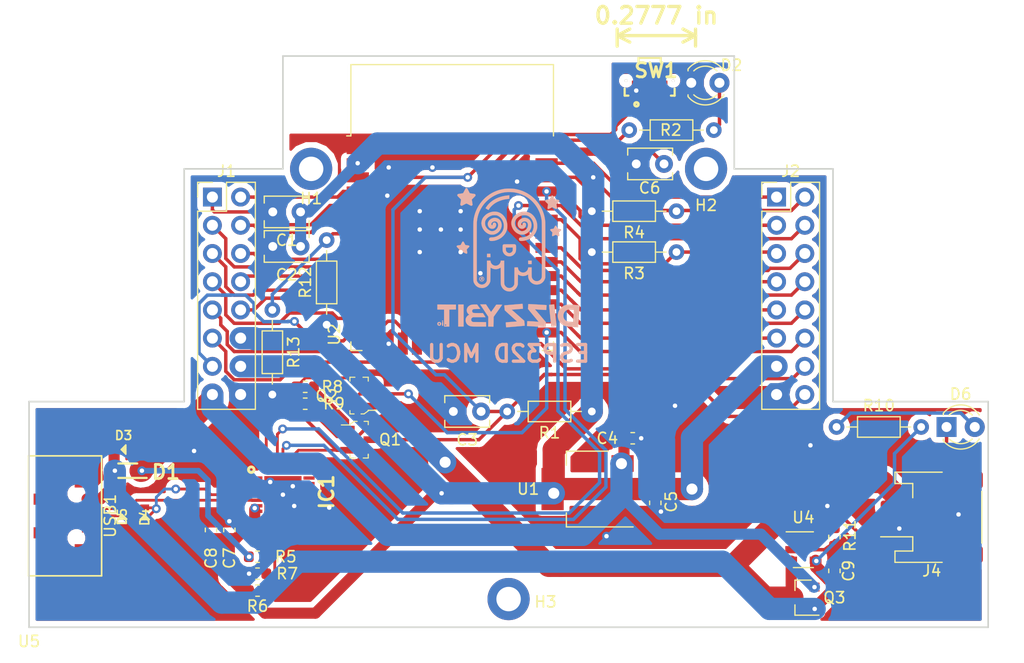
<source format=kicad_pcb>
(kicad_pcb (version 20171130) (host pcbnew "(5.0.2)-1")
  (layers (0 F.Cu signal) (31 B.Cu signal) (34 B.Paste user) (35 F.Paste user) (36 B.SilkS user) (37 F.SilkS user) (38 B.Mask user) (39 F.Mask user) (44 Edge.Cuts user))
  (net 0 "")
  (net 1 GND)
  (net 2 EN)
  (net 3 IO32)
  (net 4 IO33)
  (net 5 IO25)
  (net 6 IO26)
  (net 7 IO27)
  (net 8 HSPI_CLK)
  (net 9 HSPI_MISO)
  (net 10 HSPI_MOSI)
  (net 11 IO15)
  (net 12 IO2)
  (net 13 IO0)
  (net 14 IO4)
  (net 15 IO16)
  (net 16 IO17)
  (net 17 IO5)
  (net 18 VSPI_CLK)
  (net 19 VSPI_MISO)
  (net 20 I2C_SDA)
  (net 21 IO3)
  (net 22 IO1)
  (net 23 I2C_SCL)
  (net 24 VSPI_MOSI)
  (net 25 EXT_5V)
  (net 26 +3.3V)
  (net 27 VBUS)
  (net 28 "Net-(D2-Pad2)")
  (net 29 USB_DP)
  (net 30 USB_DN)
  (net 31 "Net-(IC1-Pad8)")
  (net 32 "Net-(IC1-Pad9)")
  (net 33 RTS)
  (net 34 DTR)
  (net 35 "Net-(Q1-Pad1)")
  (net 36 "Net-(Q2-Pad1)")
  (net 37 "Net-(D6-Pad1)")
  (net 38 "Net-(D6-Pad2)")
  (net 39 I34)
  (net 40 VBAT)
  (net 41 I36)
  (net 42 I39)
  (net 43 "Net-(R11-Pad2)")
  (net 44 I35)
  (module undo:DizzyBIT_silk_20 (layer B.Cu) (at 119.38 112.776 180)
    (fp_text reference U3 hide)
    (fp_text value DizzyBITLogo hide)
  )
  (module Capacitor_SMD:C_0603_1608Metric (layer F.Cu) (at 130.556 129.032)
    (fp_text reference C4 (at -2.286 0) (layer F.SilkS))
    (fp_text value "C22uF/10V(20%)")
    (pad 2 smd roundrect (at 0.7875 0) (size 0.875 0.95) (layers F.Cu F.Paste F.Mask) (net 1 GND))
    (pad 1 smd roundrect (at -0.7875 0) (size 0.875 0.95) (layers F.Cu F.Paste F.Mask) (net 25 EXT_5V))
  )
  (module Capacitor_SMD:C_0603_1608Metric (layer F.Cu) (at 132.588 134.8485 270)
    (fp_text reference C5 (at -0.1015 -1.43 270) (layer F.SilkS))
    (fp_text value "C22uF/10V(20%)")
    (pad 1 smd roundrect (at -0.7875 0 270) (size 0.875 0.95) (layers F.Cu F.Paste F.Mask) (net 26 +3.3V))
    (pad 2 smd roundrect (at 0.7875 0 270) (size 0.875 0.95) (layers F.Cu F.Paste F.Mask) (net 1 GND))
  )
  (module Capacitor_SMD:C_0603_1608Metric (layer F.Cu) (at 94.234 137.287 90)
    (fp_text reference C7 (at -2.54 0 90) (layer F.SilkS))
    (fp_text value "C4.7uF/6.3V(20%)")
    (pad 1 smd roundrect (at -0.7875 0 90) (size 0.875 0.95) (layers F.Cu F.Paste F.Mask) (net 26 +3.3V))
    (pad 2 smd roundrect (at 0.7875 0 90) (size 0.875 0.95) (layers F.Cu F.Paste F.Mask) (net 1 GND))
  )
  (module Capacitor_SMD:C_0603_1608Metric (layer F.Cu) (at 92.583 137.287 90)
    (fp_text reference C8 (at -2.54 0 90) (layer F.SilkS))
    (fp_text value "C0.1uF/50V(10%)")
    (pad 2 smd roundrect (at 0.7875 0 90) (size 0.875 0.95) (layers F.Cu F.Paste F.Mask) (net 1 GND))
    (pad 1 smd roundrect (at -0.7875 0 90) (size 0.875 0.95) (layers F.Cu F.Paste F.Mask) (net 26 +3.3V))
  )
  (module SOD2513X120N (layer F.Cu) (at 85.09 131.953 180)
    (fp_text reference D1 (at -3.429 -0.127 180) (layer F.SilkS) (effects (font (size 1.27 1.27) (thickness 0.254))))
    (fp_text value BAT760,115 hide)
    (pad 1 smd rect (at -1.162 0 270) (size 0.5 1.075) (layers F.Cu F.Paste F.Mask) (net 25 EXT_5V))
    (pad 2 smd rect (at 1.162 0 270) (size 0.5 1.075) (layers F.Cu F.Paste F.Mask) (net 27 VBUS))
  )
  (module smd-semi:SOD-523 (layer F.Cu) (at 84.709 130.048)
    (fp_text reference D3 (at 0 -1.27) (layer F.SilkS) (effects (font (size 0.8 0.8))))
    (fp_text value T5V0S5-7)
    (pad 1 smd rect (at -0.85 0) (size 0.6 0.8) (layers F.Cu F.Paste F.Mask) (net 27 VBUS))
    (pad 2 smd rect (at 0.85 0) (size 0.6 0.8) (layers F.Cu F.Paste F.Mask) (net 1 GND))
  )
  (module smd-semi:SOD-523 (layer F.Cu) (at 86.614 136.144 270)
    (fp_text reference D4 (at 0 0 270) (layer F.SilkS) (effects (font (size 0.8 0.8))))
    (fp_text value T5V0S5-7)
    (pad 1 smd rect (at -0.85 0 270) (size 0.6 0.8) (layers F.Cu F.Paste F.Mask) (net 29 USB_DP))
    (pad 2 smd rect (at 0.85 0 270) (size 0.6 0.8) (layers F.Cu F.Paste F.Mask) (net 1 GND))
  )
  (module smd-semi:SOD-523 (layer F.Cu) (at 84.582 136.105 270)
    (fp_text reference D5 (at 0 0 270) (layer F.SilkS) (effects (font (size 0.8 0.8))))
    (fp_text value T5V0S5-7)
    (pad 2 smd rect (at 0.85 0 270) (size 0.6 0.8) (layers F.Cu F.Paste F.Mask) (net 1 GND))
    (pad 1 smd rect (at -0.85 0 270) (size 0.6 0.8) (layers F.Cu F.Paste F.Mask) (net 30 USB_DN))
  )
  (module MountingHole:MountingHole_2.2mm_M2_DIN965_Pad (layer F.Cu) (at 101.6 104.775)
    (fp_text reference H1 (at 0 2.667) (layer F.SilkS))
    (fp_text value MountingHole)
    (pad 1 thru_hole circle (at 0 0) (size 3.8 3.8) (drill 2.2) (layers *.Cu *.Mask))
  )
  (module MountingHole:MountingHole_2.2mm_M2_DIN965_Pad (layer F.Cu) (at 137.16 104.775)
    (fp_text reference H2 (at 0 3.280999) (layer F.SilkS))
    (fp_text value MountingHole)
    (pad 1 thru_hole circle (at 0 0) (size 3.8 3.8) (drill 2.2) (layers *.Cu *.Mask))
  )
  (module MountingHole:MountingHole_2.2mm_M2_DIN965_Pad (layer F.Cu) (at 119.38 143.51)
    (fp_text reference H3 (at 3.323001 0.254) (layer F.SilkS))
    (fp_text value MountingHole)
    (pad 1 thru_hole circle (at 0 0) (size 3.8 3.8) (drill 2.2) (layers *.Cu *.Mask))
  )
  (module SamacSys_Parts:QFN50P500X500X80-29N-D (layer F.Cu) (at 99.06 134.112)
    (fp_text reference IC1 (at 3.937 -0.254 90) (layer F.SilkS) (effects (font (size 1.27 1.27) (thickness 0.254))))
    (fp_text value CP2102N-A01-GQFN28R hide)
    (pad 1 smd rect (at -2.35 -1.5 90) (size 0.3 1) (layers F.Cu F.Paste F.Mask))
    (pad 2 smd rect (at -2.35 -1 90) (size 0.3 1) (layers F.Cu F.Paste F.Mask))
    (pad 3 smd rect (at -2.35 -0.5 90) (size 0.3 1) (layers F.Cu F.Paste F.Mask) (net 1 GND))
    (pad 4 smd rect (at -2.35 0 90) (size 0.3 1) (layers F.Cu F.Paste F.Mask) (net 29 USB_DP))
    (pad 5 smd rect (at -2.35 0.5 90) (size 0.3 1) (layers F.Cu F.Paste F.Mask) (net 30 USB_DN))
    (pad 6 smd rect (at -2.35 1 90) (size 0.3 1) (layers F.Cu F.Paste F.Mask) (net 26 +3.3V))
    (pad 7 smd rect (at -2.35 1.5 90) (size 0.3 1) (layers F.Cu F.Paste F.Mask) (net 26 +3.3V))
    (pad 8 smd rect (at -1.5 2.35) (size 0.3 1) (layers F.Cu F.Paste F.Mask) (net 31 "Net-(IC1-Pad8)"))
    (pad 9 smd rect (at -1 2.35) (size 0.3 1) (layers F.Cu F.Paste F.Mask) (net 32 "Net-(IC1-Pad9)"))
    (pad 10 smd rect (at -0.5 2.35) (size 0.3 1) (layers F.Cu F.Paste F.Mask))
    (pad 11 smd rect (at 0 2.35) (size 0.3 1) (layers F.Cu F.Paste F.Mask))
    (pad 12 smd rect (at 0.5 2.35) (size 0.3 1) (layers F.Cu F.Paste F.Mask))
    (pad 13 smd rect (at 1 2.35) (size 0.3 1) (layers F.Cu F.Paste F.Mask))
    (pad 14 smd rect (at 1.5 2.35) (size 0.3 1) (layers F.Cu F.Paste F.Mask))
    (pad 15 smd rect (at 2.35 1.5 90) (size 0.3 1) (layers F.Cu F.Paste F.Mask))
    (pad 16 smd rect (at 2.35 1 90) (size 0.3 1) (layers F.Cu F.Paste F.Mask))
    (pad 17 smd rect (at 2.35 0.5 90) (size 0.3 1) (layers F.Cu F.Paste F.Mask))
    (pad 18 smd rect (at 2.35 0 90) (size 0.3 1) (layers F.Cu F.Paste F.Mask))
    (pad 19 smd rect (at 2.35 -0.5 90) (size 0.3 1) (layers F.Cu F.Paste F.Mask))
    (pad 20 smd rect (at 2.35 -1 90) (size 0.3 1) (layers F.Cu F.Paste F.Mask))
    (pad 21 smd rect (at 2.35 -1.5 90) (size 0.3 1) (layers F.Cu F.Paste F.Mask))
    (pad 22 smd rect (at 1.5 -2.35) (size 0.3 1) (layers F.Cu F.Paste F.Mask))
    (pad 23 smd rect (at 1 -2.35) (size 0.3 1) (layers F.Cu F.Paste F.Mask))
    (pad 24 smd rect (at 0.5 -2.35) (size 0.3 1) (layers F.Cu F.Paste F.Mask) (net 33 RTS))
    (pad 25 smd rect (at 0 -2.35) (size 0.3 1) (layers F.Cu F.Paste F.Mask) (net 22 IO1))
    (pad 26 smd rect (at -0.5 -2.35) (size 0.3 1) (layers F.Cu F.Paste F.Mask) (net 21 IO3))
    (pad 27 smd rect (at -1 -2.35) (size 0.3 1) (layers F.Cu F.Paste F.Mask))
    (pad 28 smd rect (at -1.5 -2.35) (size 0.3 1) (layers F.Cu F.Paste F.Mask) (net 34 DTR))
    (pad 29 smd rect (at 0 0) (size 3.35 3.35) (layers F.Cu F.Paste F.Mask) (net 1 GND))
  )
  (module digikey-footprints:SOT-23-3 (layer F.Cu) (at 105.918 129.159)
    (fp_text reference Q1 (at 2.794 0) (layer F.SilkS))
    (fp_text value SS8050-G)
    (pad 1 smd rect (at -1.05 -0.95) (size 1.3 0.6) (layers F.Cu F.Paste F.Mask) (net 35 "Net-(Q1-Pad1)"))
    (pad 2 smd rect (at -1.05 0.95) (size 1.3 0.6) (layers F.Cu F.Paste F.Mask) (net 33 RTS))
    (pad 3 smd rect (at 1.05 0) (size 1.3 0.6) (layers F.Cu F.Paste F.Mask) (net 2 EN))
  )
  (module digikey-footprints:SOT-23-3 (layer F.Cu) (at 105.918 125.188 180)
    (fp_text reference Q2 (at 2.921 -0.034 180) (layer F.SilkS))
    (fp_text value SS8050-G)
    (pad 3 smd rect (at 1.05 0 180) (size 1.3 0.6) (layers F.Cu F.Paste F.Mask) (net 13 IO0))
    (pad 2 smd rect (at -1.05 0.95 180) (size 1.3 0.6) (layers F.Cu F.Paste F.Mask) (net 34 DTR))
    (pad 1 smd rect (at -1.05 -0.95 180) (size 1.3 0.6) (layers F.Cu F.Paste F.Mask) (net 36 "Net-(Q2-Pad1)"))
  )
  (module Capacitor_SMD:C_0603_1608Metric (layer F.Cu) (at 96.774 139.7 180)
    (fp_text reference R5 (at -2.54 0 180) (layer F.SilkS))
    (fp_text value "R22.1K(1%)")
    (pad 2 smd roundrect (at 0.7875 0 180) (size 0.875 0.95) (layers F.Cu F.Paste F.Mask) (net 25 EXT_5V))
    (pad 1 smd roundrect (at -0.7875 0 180) (size 0.875 0.95) (layers F.Cu F.Paste F.Mask) (net 31 "Net-(IC1-Pad8)"))
  )
  (module Resistor_SMD:R_0603_1608Metric (layer F.Cu) (at 96.774 142.748 180)
    (fp_text reference R6 (at 0 -1.397 180) (layer F.SilkS))
    (fp_text value "R2Kohm(5%)")
    (pad 1 smd roundrect (at -0.7875 0 180) (size 0.875 0.95) (layers F.Cu F.Paste F.Mask) (net 32 "Net-(IC1-Pad9)"))
    (pad 2 smd roundrect (at 0.7875 0 180) (size 0.875 0.95) (layers F.Cu F.Paste F.Mask) (net 26 +3.3V))
  )
  (module Capacitor_SMD:C_0603_1608Metric (layer F.Cu) (at 96.774 141.224)
    (fp_text reference R7 (at 2.667 0) (layer F.SilkS))
    (fp_text value "R47.5K(1%)")
    (pad 1 smd roundrect (at -0.7875 0) (size 0.875 0.95) (layers F.Cu F.Paste F.Mask) (net 1 GND))
    (pad 2 smd roundrect (at 0.7875 0) (size 0.875 0.95) (layers F.Cu F.Paste F.Mask) (net 31 "Net-(IC1-Pad8)"))
  )
  (module Resistor_SMD:R_0603_1608Metric (layer F.Cu) (at 101.0665 124.3965)
    (fp_text reference R8 (at 2.4384 0) (layer F.SilkS))
    (fp_text value "R10K(5%)")
    (pad 2 smd roundrect (at 0.7875 0) (size 0.875 0.95) (layers F.Cu F.Paste F.Mask) (net 35 "Net-(Q1-Pad1)"))
    (pad 1 smd roundrect (at -0.7875 0) (size 0.875 0.95) (layers F.Cu F.Paste F.Mask) (net 34 DTR))
  )
  (module Resistor_SMD:R_0603_1608Metric (layer F.Cu) (at 101.0665 125.9205)
    (fp_text reference R9 (at 2.5908 0) (layer F.SilkS))
    (fp_text value "R10K(5%)")
    (pad 1 smd roundrect (at -0.7875 0) (size 0.875 0.95) (layers F.Cu F.Paste F.Mask) (net 33 RTS))
    (pad 2 smd roundrect (at 0.7875 0) (size 0.875 0.95) (layers F.Cu F.Paste F.Mask) (net 36 "Net-(Q2-Pad1)"))
  )
  (module Package_TO_SOT_SMD:SOT-223-3_TabPin2 (layer F.Cu) (at 126.492 133.604 180)
    (fp_text reference U1 (at 5.348 0 180) (layer F.SilkS))
    (fp_text value AMS1117-3.3)
    (pad 2 smd rect (at 3.15 0 180) (size 2 3.8) (layers F.Cu F.Paste F.Mask) (net 26 +3.3V))
    (pad 2 smd rect (at -3.15 0 180) (size 2 1.5) (layers F.Cu F.Paste F.Mask) (net 26 +3.3V))
    (pad 3 smd rect (at -3.15 2.3 180) (size 2 1.5) (layers F.Cu F.Paste F.Mask) (net 25 EXT_5V))
    (pad 1 smd rect (at -3.15 -2.3 180) (size 2 1.5) (layers F.Cu F.Paste F.Mask) (net 1 GND))
  )
  (module RF_Module:ESP32-WROOM-32 (layer F.Cu) (at 114.3 111.252)
    (fp_text reference U2 (at -10.61 8.43 90) (layer F.SilkS))
    (fp_text value ESP32-WROOM-32D)
    (pad 39 smd rect (at -1 -0.755) (size 5 5) (layers F.Cu F.Paste F.Mask) (net 1 GND))
    (pad 1 smd rect (at -8.5 -8.255) (size 2 0.9) (layers F.Cu F.Paste F.Mask) (net 1 GND))
    (pad 2 smd rect (at -8.5 -6.985) (size 2 0.9) (layers F.Cu F.Paste F.Mask) (net 26 +3.3V))
    (pad 3 smd rect (at -8.5 -5.715) (size 2 0.9) (layers F.Cu F.Paste F.Mask) (net 2 EN))
    (pad 4 smd rect (at -8.5 -4.445) (size 2 0.9) (layers F.Cu F.Paste F.Mask) (net 41 I36))
    (pad 5 smd rect (at -8.5 -3.175) (size 2 0.9) (layers F.Cu F.Paste F.Mask) (net 42 I39))
    (pad 6 smd rect (at -8.5 -1.905) (size 2 0.9) (layers F.Cu F.Paste F.Mask) (net 39 I34))
    (pad 7 smd rect (at -8.5 -0.635) (size 2 0.9) (layers F.Cu F.Paste F.Mask) (net 44 I35))
    (pad 8 smd rect (at -8.5 0.635) (size 2 0.9) (layers F.Cu F.Paste F.Mask) (net 3 IO32))
    (pad 9 smd rect (at -8.5 1.905) (size 2 0.9) (layers F.Cu F.Paste F.Mask) (net 4 IO33))
    (pad 10 smd rect (at -8.5 3.175) (size 2 0.9) (layers F.Cu F.Paste F.Mask) (net 5 IO25))
    (pad 11 smd rect (at -8.5 4.445) (size 2 0.9) (layers F.Cu F.Paste F.Mask) (net 6 IO26))
    (pad 12 smd rect (at -8.5 5.715) (size 2 0.9) (layers F.Cu F.Paste F.Mask) (net 7 IO27))
    (pad 13 smd rect (at -8.5 6.985) (size 2 0.9) (layers F.Cu F.Paste F.Mask) (net 8 HSPI_CLK))
    (pad 14 smd rect (at -8.5 8.255) (size 2 0.9) (layers F.Cu F.Paste F.Mask) (net 9 HSPI_MISO))
    (pad 15 smd rect (at -5.715 9.255 90) (size 2 0.9) (layers F.Cu F.Paste F.Mask) (net 1 GND))
    (pad 16 smd rect (at -4.445 9.255 90) (size 2 0.9) (layers F.Cu F.Paste F.Mask) (net 10 HSPI_MOSI))
    (pad 17 smd rect (at -3.175 9.255 90) (size 2 0.9) (layers F.Cu F.Paste F.Mask))
    (pad 18 smd rect (at -1.905 9.255 90) (size 2 0.9) (layers F.Cu F.Paste F.Mask))
    (pad 19 smd rect (at -0.635 9.255 90) (size 2 0.9) (layers F.Cu F.Paste F.Mask))
    (pad 20 smd rect (at 0.635 9.255 90) (size 2 0.9) (layers F.Cu F.Paste F.Mask))
    (pad 21 smd rect (at 1.905 9.255 90) (size 2 0.9) (layers F.Cu F.Paste F.Mask))
    (pad 22 smd rect (at 3.175 9.255 90) (size 2 0.9) (layers F.Cu F.Paste F.Mask))
    (pad 23 smd rect (at 4.445 9.255 90) (size 2 0.9) (layers F.Cu F.Paste F.Mask) (net 11 IO15))
    (pad 24 smd rect (at 5.715 9.255 90) (size 2 0.9) (layers F.Cu F.Paste F.Mask) (net 12 IO2))
    (pad 25 smd rect (at 8.5 8.255) (size 2 0.9) (layers F.Cu F.Paste F.Mask) (net 13 IO0))
    (pad 26 smd rect (at 8.5 6.985) (size 2 0.9) (layers F.Cu F.Paste F.Mask) (net 14 IO4))
    (pad 27 smd rect (at 8.5 5.715) (size 2 0.9) (layers F.Cu F.Paste F.Mask) (net 15 IO16))
    (pad 28 smd rect (at 8.5 4.445) (size 2 0.9) (layers F.Cu F.Paste F.Mask) (net 16 IO17))
    (pad 29 smd rect (at 8.5 3.175) (size 2 0.9) (layers F.Cu F.Paste F.Mask) (net 17 IO5))
    (pad 30 smd rect (at 8.5 1.905) (size 2 0.9) (layers F.Cu F.Paste F.Mask) (net 18 VSPI_CLK))
    (pad 31 smd rect (at 8.5 0.635) (size 2 0.9) (layers F.Cu F.Paste F.Mask) (net 19 VSPI_MISO))
    (pad 32 smd rect (at 8.5 -0.635) (size 2 0.9) (layers F.Cu F.Paste F.Mask))
    (pad 33 smd rect (at 8.5 -1.905) (size 2 0.9) (layers F.Cu F.Paste F.Mask) (net 20 I2C_SDA))
    (pad 34 smd rect (at 8.5 -3.175) (size 2 0.9) (layers F.Cu F.Paste F.Mask) (net 21 IO3))
    (pad 35 smd rect (at 8.5 -4.445) (size 2 0.9) (layers F.Cu F.Paste F.Mask) (net 22 IO1))
    (pad 36 smd rect (at 8.5 -5.715) (size 2 0.9) (layers F.Cu F.Paste F.Mask) (net 23 I2C_SCL))
    (pad 37 smd rect (at 8.5 -6.985) (size 2 0.9) (layers F.Cu F.Paste F.Mask) (net 24 VSPI_MOSI))
    (pad 38 smd rect (at 8.5 -8.255) (size 2 0.9) (layers F.Cu F.Paste F.Mask) (net 1 GND))
  )
  (module Capacitor_SMD:C_0603_1608Metric (layer F.Cu) (at 148.717 140.97 90)
    (fp_text reference C9 (at 0 1.27 90) (layer F.SilkS))
    (fp_text value "C4.7uF/6.3V(20%)")
    (pad 1 smd roundrect (at -0.7875 0 90) (size 0.875 0.95) (layers F.Cu F.Paste F.Mask) (net 27 VBUS))
    (pad 2 smd roundrect (at 0.7875 0 90) (size 0.875 0.95) (layers F.Cu F.Paste F.Mask) (net 1 GND))
  )
  (module Connector_JST:JST_PH_S2B-PH-SM4-TB_1x02-1MP_P2.00mm_Horizontal (layer F.Cu) (at 157.48 136.144 90)
    (fp_text reference J4 (at -4.826 0 180) (layer F.SilkS))
    (fp_text value Conn_01x02)
    (pad 1 smd roundrect (at -1 -2.85 90) (size 1 3.5) (layers F.Cu F.Paste F.Mask) (net 1 GND))
    (pad 2 smd roundrect (at 1 -2.85 90) (size 1 3.5) (layers F.Cu F.Paste F.Mask) (net 40 VBAT))
    (pad MP smd roundrect (at -3.35 2.9 90) (size 1.5 3.4) (layers F.Cu F.Paste F.Mask) (roundrect_rratio 0.166667))
    (pad MP smd roundrect (at 3.35 2.9 90) (size 1.5 3.4) (layers F.Cu F.Paste F.Mask) (roundrect_rratio 0.166667))
  )
  (module Resistor_SMD:R_0603_1608Metric (layer F.Cu) (at 148.717 137.922 90)
    (fp_text reference R11 (at 0.127 1.397 90) (layer F.SilkS))
    (fp_text value R4.7K)
    (pad 1 smd roundrect (at -0.7875 0 90) (size 0.875 0.95) (layers F.Cu F.Paste F.Mask) (net 1 GND))
    (pad 2 smd roundrect (at 0.7875 0 90) (size 0.875 0.95) (layers F.Cu F.Paste F.Mask) (net 43 "Net-(R11-Pad2)"))
  )
  (module Package_TO_SOT_SMD:SOT-23-5 (layer F.Cu) (at 145.923 139.065)
    (fp_text reference U4 (at 0 -2.9) (layer F.SilkS))
    (fp_text value MCP73831-2-OT)
    (pad 1 smd rect (at -1.1 -0.95) (size 1.06 0.65) (layers F.Cu F.Paste F.Mask) (net 37 "Net-(D6-Pad1)"))
    (pad 2 smd rect (at -1.1 0) (size 1.06 0.65) (layers F.Cu F.Paste F.Mask) (net 1 GND))
    (pad 3 smd rect (at -1.1 0.95) (size 1.06 0.65) (layers F.Cu F.Paste F.Mask) (net 40 VBAT))
    (pad 4 smd rect (at 1.1 0.95) (size 1.06 0.65) (layers F.Cu F.Paste F.Mask) (net 27 VBUS))
    (pad 5 smd rect (at 1.1 -0.95) (size 1.06 0.65) (layers F.Cu F.Paste F.Mask) (net 43 "Net-(R11-Pad2)"))
  )
  (module Package_TO_SOT_SMD:SOT-23 (layer F.Cu) (at 145.923 143.383 180)
    (fp_text reference Q3 (at -2.794 0 180) (layer F.SilkS))
    (fp_text value DMG2307L-7)
    (pad 1 smd rect (at -1 -0.95 180) (size 0.9 0.8) (layers F.Cu F.Paste F.Mask) (net 27 VBUS))
    (pad 2 smd rect (at -1 0.95 180) (size 0.9 0.8) (layers F.Cu F.Paste F.Mask) (net 25 EXT_5V))
    (pad 3 smd rect (at 1 0 180) (size 0.9 0.8) (layers F.Cu F.Paste F.Mask) (net 40 VBAT))
  )
  (module "DizzyBit:DizzyBit-Din Rail Module" (layer F.Cu) (at 76.2 146.05)
    (fp_text reference U5 (at 0 1.27) (layer F.SilkS))
    (fp_text value DizzyBIT-Layout)
  )
  (module Connfly:DS1105-12 (layer F.Cu) (at 84.0105 136.017 270)
    (fp_text reference USB1 (at 0 0.5 270) (layer F.SilkS))
    (fp_text value USB_B_Micro)
    (pad 1 smd rect (at -1.3 2.3 270) (size 0.4 1.5) (layers F.Cu F.Paste F.Mask) (net 27 VBUS))
    (pad 2 smd rect (at -0.65 2.3 270) (size 0.4 1.5) (layers F.Cu F.Paste F.Mask) (net 30 USB_DN))
    (pad 3 smd rect (at 0 2.3 270) (size 0.4 1.5) (layers F.Cu F.Paste F.Mask) (net 29 USB_DP))
    (pad 4 smd rect (at 0.65 2.3 270) (size 0.4 1.5) (layers F.Cu F.Paste F.Mask))
    (pad 5 smd rect (at 1.3 2.3 270) (size 0.4 1.5) (layers F.Cu F.Paste F.Mask) (net 1 GND))
    (pad 6 smd rect (at -3.25 3 270) (size 1.4 1.4) (layers F.Cu F.Paste F.Mask) (net 1 GND))
    (pad 6 smd rect (at 3.25 3 270) (size 1.4 1.4) (layers F.Cu F.Paste F.Mask) (net 1 GND))
    (pad 6 smd rect (at -4.05 5.7 270) (size 1.4 1.4) (layers F.Cu F.Paste F.Mask) (net 1 GND))
    (pad 6 smd rect (at 4.05 5.7 270) (size 1.4 1.4) (layers F.Cu F.Paste F.Mask) (net 1 GND))
    (pad 6 smd rect (at -1.5 6.9 270) (size 1 1) (layers F.Cu F.Paste F.Mask) (net 1 GND))
    (pad 6 smd rect (at 1.525 6.9 270) (size 1 1) (layers F.Cu F.Paste F.Mask) (net 1 GND))
    (pad "" np_thru_hole circle (at -2 3.55 270) (size 0.6 0.6) (drill 0.6) (layers *.Cu *.Mask))
    (pad "" np_thru_hole circle (at 2 3.55 90) (size 0.6 0.6) (drill 0.6) (layers *.Cu *.Mask))
  )
  (module Connector_PinHeader_2.54mm:PinHeader_2x08_P2.54mm_Vertical (layer F.Cu) (at 143.51 107.315)
    (fp_text reference J2 (at 1.27 -2.33) (layer F.SilkS))
    (fp_text value Conn_02x08_Odd_Even)
    (pad 1 thru_hole rect (at 0 0) (size 1.7 1.7) (drill 1) (layers *.Cu *.Mask) (net 24 VSPI_MOSI))
    (pad 2 thru_hole oval (at 2.54 0) (size 1.7 1.7) (drill 1) (layers *.Cu *.Mask) (net 23 I2C_SCL))
    (pad 3 thru_hole oval (at 0 2.54) (size 1.7 1.7) (drill 1) (layers *.Cu *.Mask) (net 22 IO1))
    (pad 4 thru_hole oval (at 2.54 2.54) (size 1.7 1.7) (drill 1) (layers *.Cu *.Mask) (net 21 IO3))
    (pad 5 thru_hole oval (at 0 5.08) (size 1.7 1.7) (drill 1) (layers *.Cu *.Mask) (net 20 I2C_SDA))
    (pad 6 thru_hole oval (at 2.54 5.08) (size 1.7 1.7) (drill 1) (layers *.Cu *.Mask) (net 19 VSPI_MISO))
    (pad 7 thru_hole oval (at 0 7.62) (size 1.7 1.7) (drill 1) (layers *.Cu *.Mask) (net 18 VSPI_CLK))
    (pad 8 thru_hole oval (at 2.54 7.62) (size 1.7 1.7) (drill 1) (layers *.Cu *.Mask) (net 17 IO5))
    (pad 9 thru_hole oval (at 0 10.16) (size 1.7 1.7) (drill 1) (layers *.Cu *.Mask) (net 16 IO17))
    (pad 10 thru_hole oval (at 2.54 10.16) (size 1.7 1.7) (drill 1) (layers *.Cu *.Mask) (net 15 IO16))
    (pad 11 thru_hole oval (at 0 12.7) (size 1.7 1.7) (drill 1) (layers *.Cu *.Mask) (net 14 IO4))
    (pad 12 thru_hole oval (at 2.54 12.7) (size 1.7 1.7) (drill 1) (layers *.Cu *.Mask) (net 13 IO0))
    (pad 13 thru_hole oval (at 0 15.24) (size 1.7 1.7) (drill 1) (layers *.Cu *.Mask) (net 26 +3.3V))
    (pad 14 thru_hole oval (at 2.54 15.24) (size 1.7 1.7) (drill 1) (layers *.Cu *.Mask) (net 12 IO2))
    (pad 15 thru_hole oval (at 0 17.78) (size 1.7 1.7) (drill 1) (layers *.Cu *.Mask) (net 1 GND))
    (pad 16 thru_hole oval (at 2.54 17.78) (size 1.7 1.7) (drill 1) (layers *.Cu *.Mask) (net 2 EN))
  )
  (module Connector_PinHeader_2.54mm:PinHeader_2x08_P2.54mm_Vertical (layer F.Cu) (at 92.71 107.315)
    (fp_text reference J1 (at 1.27 -2.33) (layer F.SilkS))
    (fp_text value Conn_02x08_Odd_Even)
    (pad 1 thru_hole rect (at 0 0) (size 1.7 1.7) (drill 1) (layers *.Cu *.Mask) (net 42 I39))
    (pad 2 thru_hole oval (at 2.54 0) (size 1.7 1.7) (drill 1) (layers *.Cu *.Mask) (net 41 I36))
    (pad 3 thru_hole oval (at 0 2.54) (size 1.7 1.7) (drill 1) (layers *.Cu *.Mask) (net 4 IO33))
    (pad 4 thru_hole oval (at 2.54 2.54) (size 1.7 1.7) (drill 1) (layers *.Cu *.Mask) (net 39 I34))
    (pad 5 thru_hole oval (at 0 5.08) (size 1.7 1.7) (drill 1) (layers *.Cu *.Mask) (net 6 IO26))
    (pad 6 thru_hole oval (at 2.54 5.08) (size 1.7 1.7) (drill 1) (layers *.Cu *.Mask) (net 3 IO32))
    (pad 7 thru_hole oval (at 0 7.62) (size 1.7 1.7) (drill 1) (layers *.Cu *.Mask) (net 8 HSPI_CLK))
    (pad 8 thru_hole oval (at 2.54 7.62) (size 1.7 1.7) (drill 1) (layers *.Cu *.Mask) (net 5 IO25))
    (pad 9 thru_hole oval (at 0 10.16) (size 1.7 1.7) (drill 1) (layers *.Cu *.Mask) (net 10 HSPI_MOSI))
    (pad 10 thru_hole oval (at 2.54 10.16) (size 1.7 1.7) (drill 1) (layers *.Cu *.Mask) (net 7 IO27))
    (pad 11 thru_hole oval (at 0 12.7) (size 1.7 1.7) (drill 1) (layers *.Cu *.Mask) (net 11 IO15))
    (pad 12 thru_hole oval (at 2.54 12.7) (size 1.7 1.7) (drill 1) (layers *.Cu *.Mask) (net 40 VBAT))
    (pad 13 thru_hole oval (at 0 15.24) (size 1.7 1.7) (drill 1) (layers *.Cu *.Mask) (net 9 HSPI_MISO))
    (pad 14 thru_hole oval (at 2.54 15.24) (size 1.7 1.7) (drill 1) (layers *.Cu *.Mask) (net 26 +3.3V))
    (pad 15 thru_hole oval (at 0 17.78) (size 1.7 1.7) (drill 1) (layers *.Cu *.Mask) (net 25 EXT_5V))
    (pad 16 thru_hole oval (at 2.54 17.78) (size 1.7 1.7) (drill 1) (layers *.Cu *.Mask) (net 1 GND))
  )
  (module Resistor_THT:R_Axial_DIN0204_L3.6mm_D1.6mm_P7.62mm_Horizontal (layer F.Cu) (at 134.493 112.268 180)
    (fp_text reference R3 (at 3.81 -1.92 180) (layer F.SilkS))
    (fp_text value R4.7K)
    (pad 2 thru_hole oval (at 7.62 0 180) (size 1.4 1.4) (drill 0.7) (layers *.Cu *.Mask) (net 26 +3.3V))
    (pad 1 thru_hole circle (at 0 0 180) (size 1.4 1.4) (drill 0.7) (layers *.Cu *.Mask) (net 20 I2C_SDA))
  )
  (module Resistor_THT:R_Axial_DIN0204_L3.6mm_D1.6mm_P7.62mm_Horizontal (layer F.Cu) (at 134.493 108.585 180)
    (fp_text reference R4 (at 3.81 -1.92 180) (layer F.SilkS))
    (fp_text value R4.7K)
    (pad 1 thru_hole circle (at 0 0 180) (size 1.4 1.4) (drill 0.7) (layers *.Cu *.Mask) (net 23 I2C_SCL))
    (pad 2 thru_hole oval (at 7.62 0 180) (size 1.4 1.4) (drill 0.7) (layers *.Cu *.Mask) (net 26 +3.3V))
  )
  (module LED_THT:LED_D3.0mm (layer F.Cu) (at 135.8265 97.028)
    (fp_text reference D2 (at 3.6195 -1.5875) (layer F.SilkS))
    (fp_text value LED-BLUE)
    (pad 1 thru_hole rect (at 0 0) (size 1.8 1.8) (drill 0.9) (layers *.Cu *.Mask) (net 1 GND))
    (pad 2 thru_hole circle (at 2.54 0) (size 1.8 1.8) (drill 0.9) (layers *.Cu *.Mask) (net 28 "Net-(D2-Pad2)"))
  )
  (module Resistor_THT:R_Axial_DIN0204_L3.6mm_D1.6mm_P7.62mm_Horizontal (layer F.Cu) (at 130.2385 101.2825)
    (fp_text reference R2 (at 3.7465 0) (layer F.SilkS))
    (fp_text value "R470ohm(1%)")
    (pad 1 thru_hole circle (at 0 0) (size 1.4 1.4) (drill 0.7) (layers *.Cu *.Mask) (net 12 IO2))
    (pad 2 thru_hole oval (at 7.62 0) (size 1.4 1.4) (drill 0.7) (layers *.Cu *.Mask) (net 28 "Net-(D2-Pad2)"))
  )
  (module Capacitor_THT:C_Disc_D3.8mm_W2.6mm_P2.50mm (layer F.Cu) (at 130.8735 104.3305)
    (fp_text reference C6 (at 1.2065 2.159) (layer F.SilkS))
    (fp_text value "C0.1uF/50V(10%)")
    (pad 1 thru_hole circle (at 0 0) (size 1.6 1.6) (drill 0.8) (layers *.Cu *.Mask) (net 1 GND))
    (pad 2 thru_hole circle (at 2.5 0) (size 1.6 1.6) (drill 0.8) (layers *.Cu *.Mask) (net 2 EN))
  )
  (module SamacSys_Parts:TL3340 (layer F.Cu) (at 132.08 95.631 180)
    (fp_text reference SW1 (at -0.574 -0.28 180) (layer F.SilkS) (effects (font (size 1.27 1.27) (thickness 0.254))))
    (fp_text value SW_Push hide)
    (pad 1 smd rect (at 1.225 -2.1 180) (size 0.75 1.8) (layers F.Cu F.Paste F.Mask) (net 1 GND))
    (pad 2 smd rect (at 0 -2.1 180) (size 0.6 1.8) (layers F.Cu F.Paste F.Mask) (net 2 EN))
    (pad 3 smd rect (at -1.225 -2.1 180) (size 0.75 1.8) (layers F.Cu F.Paste F.Mask))
    (pad 4 smd rect (at -1.75 -0.15 270) (size 0.9 1.5) (layers F.Cu F.Paste F.Mask))
    (pad 5 smd rect (at 1.75 -0.15 270) (size 0.9 1.5) (layers F.Cu F.Paste F.Mask))
    (pad 6 thru_hole circle (at 2.125 -1.2 270) (size 0.25 0.25) (drill 0.9) (layers *.Cu *.Mask F.SilkS))
    (pad 7 thru_hole circle (at -2.125 -1.2 270) (size 0.25 0.25) (drill 0.9) (layers *.Cu *.Mask F.SilkS))
  )
  (module LED_THT:LED_D3.0mm (layer F.Cu) (at 158.8135 128.016)
    (fp_text reference D6 (at 1.27 -2.96) (layer F.SilkS))
    (fp_text value LED-YELLOW)
    (pad 1 thru_hole rect (at 0 0) (size 1.8 1.8) (drill 0.9) (layers *.Cu *.Mask) (net 37 "Net-(D6-Pad1)"))
    (pad 2 thru_hole circle (at 2.54 0) (size 1.8 1.8) (drill 0.9) (layers *.Cu *.Mask) (net 38 "Net-(D6-Pad2)"))
  )
  (module Resistor_THT:R_Axial_DIN0204_L3.6mm_D1.6mm_P7.62mm_Horizontal (layer F.Cu) (at 148.9075 128.016)
    (fp_text reference R10 (at 3.81 -1.92) (layer F.SilkS))
    (fp_text value R1K)
    (pad 1 thru_hole circle (at 0 0) (size 1.4 1.4) (drill 0.7) (layers *.Cu *.Mask) (net 38 "Net-(D6-Pad2)"))
    (pad 2 thru_hole oval (at 7.62 0) (size 1.4 1.4) (drill 0.7) (layers *.Cu *.Mask) (net 27 VBUS))
  )
  (module Resistor_THT:R_Axial_DIN0204_L3.6mm_D1.6mm_P7.62mm_Horizontal (layer F.Cu) (at 126.873 126.619 180)
    (fp_text reference R1 (at 3.81 -1.92 180) (layer F.SilkS))
    (fp_text value "R10K(5%)")
    (pad 1 thru_hole circle (at 0 0 180) (size 1.4 1.4) (drill 0.7) (layers *.Cu *.Mask) (net 26 +3.3V))
    (pad 2 thru_hole oval (at 7.62 0 180) (size 1.4 1.4) (drill 0.7) (layers *.Cu *.Mask) (net 2 EN))
  )
  (module Capacitor_THT:C_Disc_D3.8mm_W2.6mm_P2.50mm (layer F.Cu) (at 100.6475 108.6485 180)
    (fp_text reference C1 (at 1.25 -2.55 180) (layer F.SilkS))
    (fp_text value "C0.1uF/50V(10%)")
    (pad 1 thru_hole circle (at 0 0 180) (size 1.6 1.6) (drill 0.8) (layers *.Cu *.Mask) (net 26 +3.3V))
    (pad 2 thru_hole circle (at 2.5 0 180) (size 1.6 1.6) (drill 0.8) (layers *.Cu *.Mask) (net 1 GND))
  )
  (module Capacitor_THT:C_Disc_D3.8mm_W2.6mm_P2.50mm (layer F.Cu) (at 100.6475 111.76 180)
    (fp_text reference C2 (at 1.25 -2.55 180) (layer F.SilkS))
    (fp_text value "C22uF/10V(10%)")
    (pad 1 thru_hole circle (at 0 0 180) (size 1.6 1.6) (drill 0.8) (layers *.Cu *.Mask) (net 26 +3.3V))
    (pad 2 thru_hole circle (at 2.5 0 180) (size 1.6 1.6) (drill 0.8) (layers *.Cu *.Mask) (net 1 GND))
  )
  (module Capacitor_THT:C_Disc_D3.8mm_W2.6mm_P2.50mm (layer F.Cu) (at 116.9035 126.619 180)
    (fp_text reference C3 (at 1.25 -2.55 180) (layer F.SilkS))
    (fp_text value "C0.1uF/50V(10%)")
    (pad 2 thru_hole circle (at 2.5 0 180) (size 1.6 1.6) (drill 0.8) (layers *.Cu *.Mask) (net 1 GND))
    (pad 1 thru_hole circle (at 0 0 180) (size 1.6 1.6) (drill 0.8) (layers *.Cu *.Mask) (net 2 EN))
  )
  (module Resistor_THT:R_Axial_DIN0204_L3.6mm_D1.6mm_P7.62mm_Horizontal (layer F.Cu) (at 102.997 118.8085 90)
    (fp_text reference R12 (at 3.81 -1.92 90) (layer F.SilkS))
    (fp_text value R100K)
    (pad 2 thru_hole oval (at 7.62 0 90) (size 1.4 1.4) (drill 0.7) (layers *.Cu *.Mask) (net 44 I35))
    (pad 1 thru_hole circle (at 0 0 90) (size 1.4 1.4) (drill 0.7) (layers *.Cu *.Mask) (net 40 VBAT))
  )
  (module Resistor_THT:R_Axial_DIN0204_L3.6mm_D1.6mm_P7.62mm_Horizontal (layer F.Cu) (at 98.1075 117.475 270)
    (fp_text reference R13 (at 3.81 -1.92 270) (layer F.SilkS))
    (fp_text value R100K)
    (pad 1 thru_hole circle (at 0 0 270) (size 1.4 1.4) (drill 0.7) (layers *.Cu *.Mask) (net 44 I35))
    (pad 2 thru_hole oval (at 7.62 0 270) (size 1.4 1.4) (drill 0.7) (layers *.Cu *.Mask) (net 1 GND))
  )
  (dimension 7.053075 (width 0.3) (layer F.SilkS) (gr_text "7,053 mm" (at 132.685537 90.673501) (layer F.SilkS) (effects (font (size 1.5 1.5) (thickness 0.3)))) (feature1 (pts (xy 136.212075 93.726) (xy 136.212075 92.18708))) (feature2 (pts (xy 129.159 93.726) (xy 129.159 92.18708))) (crossbar (pts (xy 129.159 92.773501) (xy 136.212075 92.773501))) (arrow1a (pts (xy 136.212075 92.773501) (xy 135.085571 93.359922))) (arrow1b (pts (xy 136.212075 92.773501) (xy 135.085571 92.18708))) (arrow2a (pts (xy 129.159 92.773501) (xy 130.285504 93.359922))) (arrow2b (pts (xy 129.159 92.773501) (xy 130.285504 92.18708))))
  (gr_text "ESP32D MCU" (at 119.379999 121.412) (layer B.SilkS) (effects (font (size 1.5 1.5) (thickness 0.3)) (justify mirror)))
  (gr_line (start 139.7 104.775) (end 139.7 94.615) (layer Edge.Cuts) (width 0.15))
  (gr_line (start 99.06 104.775) (end 99.06 94.615) (layer Edge.Cuts) (width 0.15))
  (gr_line (start 139.7 104.775) (end 148.59 104.775) (layer Edge.Cuts) (width 0.15))
  (gr_line (start 90.17 104.775) (end 99.06 104.775) (layer Edge.Cuts) (width 0.15))
  (gr_line (start 99.06 94.615) (end 139.7 94.615) (layer Edge.Cuts) (width 0.15))
  (gr_line (start 148.59 125.73) (end 148.59 104.775) (layer Edge.Cuts) (width 0.15))
  (gr_line (start 90.17 125.73) (end 90.17 104.775) (layer Edge.Cuts) (width 0.15))
  (gr_line (start 162.56 125.73) (end 148.59 125.73) (layer Edge.Cuts) (width 0.15))
  (gr_line (start 76.2 125.73) (end 90.17 125.73) (layer Edge.Cuts) (width 0.15))
  (gr_line (start 76.2 146.05) (end 76.2 125.73) (layer Edge.Cuts) (width 0.15))
  (gr_line (start 162.56 146.05) (end 162.56 125.73) (layer Edge.Cuts) (width 0.15))
  (gr_line (start 76.2 146.05) (end 162.56 146.05) (layer Edge.Cuts) (width 0.15))
  (via (at 130.8735 97.7265) (size 0.8) (drill 0.4) (layers F.Cu B.Cu) (net 1))
  (via (at 111.379 110.236) (size 0.8) (drill 0.4) (layers F.Cu B.Cu) (net 1))
  (via (at 111.379 108.585) (size 0.8) (drill 0.4) (layers F.Cu B.Cu) (net 1))
  (via (at 115.062 110.236) (size 0.8) (drill 0.4) (layers F.Cu B.Cu) (net 1))
  (via (at 113.284 110.236) (size 0.8) (drill 0.4) (layers F.Cu B.Cu) (net 1))
  (via (at 115.062 108.585) (size 0.8) (drill 0.4) (layers F.Cu B.Cu) (net 1))
  (via (at 115.062 112.268) (size 0.8) (drill 0.4) (layers F.Cu B.Cu) (net 1))
  (via (at 108.585 120.523) (size 0.8) (drill 0.4) (layers F.Cu B.Cu) (net 1))
  (via (at 131.318 129.032) (size 0.8) (drill 0.4) (layers F.Cu B.Cu) (net 1))
  (via (at 133.096 135.636) (size 0.8) (drill 0.4) (layers F.Cu B.Cu) (net 1))
  (via (at 154.559 137.16) (size 0.8) (drill 0.4) (layers F.Cu B.Cu) (net 1))
  (via (at 100.076 135.128) (size 0.8) (drill 0.4) (layers F.Cu B.Cu) (net 1))
  (via (at 97.917 132.969) (size 0.8) (drill 0.4) (layers F.Cu B.Cu) (net 1))
  (via (at 99.949 133.35) (size 0.8) (drill 0.4) (layers F.Cu B.Cu) (net 1))
  (via (at 96.012 141.224) (size 0.8) (drill 0.4) (layers F.Cu B.Cu) (net 1))
  (segment (start 148.3615 139.065) (end 148.717 138.7095) (width 0.31) (layer F.Cu) (net 1))
  (segment (start 144.823 139.065) (end 148.3615 139.065) (width 0.31) (layer F.Cu) (net 1))
  (segment (start 148.717 138.7095) (end 148.717 140.1825) (width 0.31) (layer F.Cu) (net 1))
  (segment (start 98.56 133.612) (end 99.06 134.112) (width 0.254) (layer F.Cu) (net 1))
  (segment (start 96.71 133.612) (end 98.56 133.612) (width 0.254) (layer F.Cu) (net 1))
  (segment (start 94.234 136.4995) (end 94.234 136.4995) (width 0.508) (layer F.Cu) (net 1))
  (segment (start 94.234 136.4995) (end 92.583 136.4995) (width 0.508) (layer F.Cu) (net 1))
  (via (at 94.234 136.4995) (size 0.8) (drill 0.4) (layers F.Cu B.Cu) (net 1))
  (segment (start 80.316 131.967) (end 81.116 132.767) (width 0.508) (layer F.Cu) (net 1))
  (segment (start 78.416 131.967) (end 80.316 131.967) (width 0.508) (layer F.Cu) (net 1))
  (segment (start 77.216 133.167) (end 78.416 131.967) (width 0.508) (layer F.Cu) (net 1))
  (segment (start 77.216 134.517) (end 77.216 133.167) (width 0.508) (layer F.Cu) (net 1))
  (segment (start 77.216 137.542) (end 77.216 134.517) (width 0.508) (layer F.Cu) (net 1))
  (segment (start 77.216 138.867) (end 78.416 140.067) (width 0.508) (layer F.Cu) (net 1))
  (segment (start 77.216 137.542) (end 77.216 138.867) (width 0.508) (layer F.Cu) (net 1))
  (segment (start 80.316 140.067) (end 81.116 139.267) (width 0.508) (layer F.Cu) (net 1))
  (segment (start 78.416 140.067) (end 80.316 140.067) (width 0.508) (layer F.Cu) (net 1))
  (segment (start 81.816 138.567) (end 81.116 139.267) (width 0.31) (layer F.Cu) (net 1))
  (segment (start 81.816 137.317) (end 81.816 138.567) (width 0.31) (layer F.Cu) (net 1))
  (segment (start 99.06 134.112) (end 99.06 134.112) (width 0.254) (layer F.Cu) (net 1))
  (via (at 99.06 134.112) (size 0.8) (drill 0.4) (layers F.Cu B.Cu) (net 1))
  (via (at 159.893 135.89) (size 0.8) (drill 0.4) (layers F.Cu B.Cu) (net 1))
  (via (at 146.558 129.667) (size 0.8) (drill 0.4) (layers F.Cu B.Cu) (net 1))
  (segment (start 133.096 135.636) (end 132.588 135.636) (width 1) (layer F.Cu) (net 1))
  (via (at 108.585 104.648) (size 0.8) (drill 0.4) (layers F.Cu B.Cu) (net 1))
  (via (at 112.522 104.648) (size 0.8) (drill 0.4) (layers F.Cu B.Cu) (net 1))
  (via (at 108.458 107.188) (size 0.8) (drill 0.4) (layers F.Cu B.Cu) (net 1))
  (via (at 116.84 114.173) (size 0.8) (drill 0.4) (layers F.Cu B.Cu) (net 1))
  (via (at 120.142 105.918) (size 0.8) (drill 0.4) (layers F.Cu B.Cu) (net 1))
  (via (at 111.379 112.268) (size 0.8) (drill 0.4) (layers F.Cu B.Cu) (net 1))
  (segment (start 120.142 105.352315) (end 120.142 105.918) (width 0.31) (layer F.Cu) (net 1))
  (segment (start 120.142 104.345) (end 120.142 105.352315) (width 0.31) (layer F.Cu) (net 1))
  (segment (start 122.8 102.997) (end 121.49 102.997) (width 0.31) (layer F.Cu) (net 1))
  (segment (start 121.49 102.997) (end 120.142 104.345) (width 0.31) (layer F.Cu) (net 1))
  (via (at 148.082 135.128) (size 0.8) (drill 0.4) (layers F.Cu B.Cu) (net 1))
  (via (at 103.230872 135.275128) (size 0.8) (drill 0.4) (layers F.Cu B.Cu) (net 1))
  (via (at 128.194878 137.846878) (size 0.8) (drill 0.4) (layers F.Cu B.Cu) (net 1))
  (via (at 134.363279 126.104006) (size 0.8) (drill 0.4) (layers F.Cu B.Cu) (net 1))
  (via (at 91.059 130.175) (size 0.8) (drill 0.4) (layers F.Cu B.Cu) (net 1))
  (segment (start 106.968 129.159) (end 107.318 129.159) (width 0.25) (layer F.Cu) (net 2))
  (segment (start 115.697 105.537) (end 115.697 105.537) (width 0.31) (layer F.Cu) (net 2))
  (segment (start 115.697 105.537) (end 105.8 105.537) (width 0.31) (layer F.Cu) (net 2))
  (via (at 115.697 105.537) (size 0.8) (drill 0.4) (layers F.Cu B.Cu) (net 2))
  (segment (start 106.968 129.159) (end 108.163264 129.159) (width 0.31) (layer F.Cu) (net 2))
  (segment (start 135.42 123.2915) (end 139.192 127.0635) (width 0.31) (layer F.Cu) (net 2))
  (segment (start 144.0815 127.0635) (end 141.097 127.0635) (width 0.31) (layer F.Cu) (net 2))
  (segment (start 146.05 125.095) (end 144.0815 127.0635) (width 0.31) (layer F.Cu) (net 2))
  (segment (start 139.192 127.0635) (end 141.097 127.0635) (width 0.31) (layer F.Cu) (net 2))
  (segment (start 133.3735 104.3305) (end 132.08 103.037) (width 0.31) (layer F.Cu) (net 2))
  (segment (start 132.08 98.331) (end 132.08 97.731) (width 0.31) (layer F.Cu) (net 2))
  (segment (start 115.697 105.537) (end 119.552013 101.681987) (width 0.31) (layer F.Cu) (net 2))
  (segment (start 119.552013 101.681987) (end 128.569013 101.681987) (width 0.31) (layer F.Cu) (net 2))
  (segment (start 128.569013 101.681987) (end 129.032 101.219) (width 0.31) (layer F.Cu) (net 2))
  (segment (start 129.032 101.219) (end 129.032 100.927598) (width 0.31) (layer F.Cu) (net 2))
  (segment (start 131.609402 99.657598) (end 132.08 99.187) (width 0.31) (layer F.Cu) (net 2))
  (segment (start 130.302 99.657598) (end 131.609402 99.657598) (width 0.31) (layer F.Cu) (net 2))
  (segment (start 132.08 99.187) (end 132.08 97.731) (width 0.31) (layer F.Cu) (net 2))
  (segment (start 132.08 103.037) (end 132.08 99.187) (width 0.31) (layer F.Cu) (net 2))
  (segment (start 129.032 100.927598) (end 130.302 99.657598) (width 0.31) (layer F.Cu) (net 2))
  (segment (start 120.841999 125.068001) (end 122.6185 123.2915) (width 0.31) (layer F.Cu) (net 2))
  (segment (start 116.713 129.159) (end 119.253 126.619) (width 0.31) (layer F.Cu) (net 2))
  (segment (start 106.968 129.159) (end 116.713 129.159) (width 0.31) (layer F.Cu) (net 2))
  (segment (start 122.5805 123.2915) (end 119.253 126.619) (width 0.31) (layer F.Cu) (net 2))
  (segment (start 123.2535 123.2915) (end 122.5805 123.2915) (width 0.31) (layer F.Cu) (net 2))
  (segment (start 122.6185 123.2915) (end 123.2535 123.2915) (width 0.31) (layer F.Cu) (net 2))
  (segment (start 123.2535 123.2915) (end 135.42 123.2915) (width 0.31) (layer F.Cu) (net 2))
  (segment (start 119.253 126.619) (end 116.9035 126.619) (width 0.31) (layer F.Cu) (net 2))
  (segment (start 113.6015 123.317) (end 116.9035 126.619) (width 0.31) (layer B.Cu) (net 2))
  (segment (start 112.8395 123.317) (end 113.6015 123.317) (width 0.31) (layer B.Cu) (net 2))
  (segment (start 108.966 119.4435) (end 112.8395 123.317) (width 0.31) (layer B.Cu) (net 2))
  (segment (start 108.966 108.458) (end 108.966 119.4435) (width 0.31) (layer B.Cu) (net 2))
  (segment (start 115.697 105.537) (end 111.887 105.537) (width 0.31) (layer B.Cu) (net 2))
  (segment (start 111.887 105.537) (end 108.966 108.458) (width 0.31) (layer B.Cu) (net 2))
  (segment (start 104.49 111.887) (end 105.8 111.887) (width 0.31) (layer F.Cu) (net 3))
  (segment (start 103.461999 112.915001) (end 104.49 111.887) (width 0.31) (layer F.Cu) (net 3))
  (segment (start 96.452081 112.395) (end 96.972082 112.915001) (width 0.31) (layer F.Cu) (net 3))
  (segment (start 95.25 112.395) (end 96.452081 112.395) (width 0.31) (layer F.Cu) (net 3))
  (segment (start 96.972082 112.915001) (end 103.461999 112.915001) (width 0.31) (layer F.Cu) (net 3))
  (segment (start 94.675109 113.603511) (end 104.043489 113.603511) (width 0.31) (layer F.Cu) (net 4))
  (segment (start 104.49 113.157) (end 105.8 113.157) (width 0.31) (layer F.Cu) (net 4))
  (segment (start 93.915001 112.843403) (end 94.675109 113.603511) (width 0.31) (layer F.Cu) (net 4))
  (segment (start 93.915001 111.060001) (end 93.915001 112.843403) (width 0.31) (layer F.Cu) (net 4))
  (segment (start 92.71 109.855) (end 93.915001 111.060001) (width 0.31) (layer F.Cu) (net 4))
  (segment (start 104.043489 113.603511) (end 104.49 113.157) (width 0.31) (layer F.Cu) (net 4))
  (segment (start 105.8 114.427) (end 95.758 114.427) (width 0.31) (layer F.Cu) (net 5))
  (segment (start 95.758 114.427) (end 95.25 114.935) (width 0.31) (layer F.Cu) (net 5))
  (segment (start 93.915001 113.600001) (end 93.559999 113.244999) (width 0.31) (layer F.Cu) (net 6))
  (segment (start 93.915001 115.383403) (end 93.915001 113.600001) (width 0.31) (layer F.Cu) (net 6))
  (segment (start 93.559999 113.244999) (end 92.71 112.395) (width 0.31) (layer F.Cu) (net 6))
  (segment (start 94.671599 116.140001) (end 93.915001 115.383403) (width 0.31) (layer F.Cu) (net 6))
  (segment (start 96.371735 116.140001) (end 94.671599 116.140001) (width 0.31) (layer F.Cu) (net 6))
  (segment (start 96.814736 115.697) (end 96.371735 116.140001) (width 0.31) (layer F.Cu) (net 6))
  (segment (start 105.8 115.697) (end 96.814736 115.697) (width 0.31) (layer F.Cu) (net 6))
  (segment (start 104.49 116.967) (end 105.8 116.967) (width 0.31) (layer F.Cu) (net 7))
  (segment (start 97.507082 116.419999) (end 100.227499 116.419999) (width 0.31) (layer F.Cu) (net 7))
  (segment (start 96.452081 117.475) (end 97.507082 116.419999) (width 0.31) (layer F.Cu) (net 7))
  (segment (start 95.25 117.475) (end 96.452081 117.475) (width 0.31) (layer F.Cu) (net 7))
  (segment (start 100.7745 116.967) (end 104.49 116.967) (width 0.31) (layer F.Cu) (net 7))
  (segment (start 100.227499 116.419999) (end 100.7745 116.967) (width 0.31) (layer F.Cu) (net 7))
  (segment (start 93.915001 116.140001) (end 92.71 114.935) (width 0.31) (layer F.Cu) (net 8))
  (segment (start 93.915001 117.923403) (end 93.915001 116.140001) (width 0.31) (layer F.Cu) (net 8))
  (segment (start 94.671599 118.680001) (end 93.915001 117.923403) (width 0.31) (layer F.Cu) (net 8))
  (segment (start 98.712256 118.680001) (end 94.671599 118.680001) (width 0.31) (layer F.Cu) (net 8))
  (segment (start 99.638758 117.753499) (end 98.712256 118.680001) (width 0.31) (layer F.Cu) (net 8))
  (segment (start 103.986902 118.237) (end 103.503401 117.753499) (width 0.31) (layer F.Cu) (net 8))
  (segment (start 103.503401 117.753499) (end 99.638758 117.753499) (width 0.31) (layer F.Cu) (net 8))
  (segment (start 105.8 118.237) (end 103.986902 118.237) (width 0.31) (layer F.Cu) (net 8))
  (segment (start 91.504999 116.896599) (end 92.258599 116.142999) (width 0.31) (layer B.Cu) (net 9))
  (segment (start 91.504999 121.349999) (end 91.504999 116.896599) (width 0.31) (layer B.Cu) (net 9))
  (segment (start 92.71 122.555) (end 91.504999 121.349999) (width 0.31) (layer B.Cu) (net 9))
  (segment (start 93.909599 116.142999) (end 94.361 116.142999) (width 0.31) (layer B.Cu) (net 9))
  (segment (start 100.494668 118.908508) (end 100.094669 118.508509) (width 0.31) (layer F.Cu) (net 9))
  (via (at 100.094669 118.508509) (size 0.8) (drill 0.4) (layers F.Cu B.Cu) (net 9))
  (segment (start 105.25 119.507) (end 104.49 120.267) (width 0.31) (layer F.Cu) (net 9))
  (segment (start 104.49 120.267) (end 101.85316 120.267) (width 0.31) (layer F.Cu) (net 9))
  (segment (start 105.8 119.507) (end 105.25 119.507) (width 0.31) (layer F.Cu) (net 9))
  (segment (start 101.85316 120.267) (end 100.494668 118.908508) (width 0.31) (layer F.Cu) (net 9))
  (segment (start 95.701401 116.142999) (end 93.5355 116.142999) (width 0.31) (layer B.Cu) (net 9))
  (segment (start 96.455001 116.896599) (end 95.701401 116.142999) (width 0.31) (layer B.Cu) (net 9))
  (segment (start 96.455001 117.664001) (end 96.455001 116.896599) (width 0.31) (layer B.Cu) (net 9))
  (segment (start 97.321001 118.530001) (end 96.455001 117.664001) (width 0.31) (layer B.Cu) (net 9))
  (segment (start 99.528984 118.508509) (end 99.507492 118.530001) (width 0.31) (layer B.Cu) (net 9))
  (segment (start 100.094669 118.508509) (end 99.528984 118.508509) (width 0.31) (layer B.Cu) (net 9))
  (segment (start 99.507492 118.530001) (end 97.321001 118.530001) (width 0.31) (layer B.Cu) (net 9))
  (segment (start 93.5355 116.142999) (end 94.361 116.142999) (width 0.31) (layer B.Cu) (net 9))
  (segment (start 92.258599 116.142999) (end 93.5355 116.142999) (width 0.31) (layer B.Cu) (net 9))
  (segment (start 93.464588 118.229589) (end 92.71 117.475) (width 0.31) (layer F.Cu) (net 10))
  (segment (start 93.464588 118.829253) (end 93.464588 118.229589) (width 0.31) (layer F.Cu) (net 10))
  (segment (start 94.044999 119.409664) (end 93.464588 118.829253) (width 0.31) (layer F.Cu) (net 10))
  (segment (start 94.674597 121.222999) (end 94.044999 120.593401) (width 0.31) (layer F.Cu) (net 10))
  (segment (start 107.377001 121.222999) (end 94.674597 121.222999) (width 0.31) (layer F.Cu) (net 10))
  (segment (start 94.044999 120.593401) (end 94.044999 119.409664) (width 0.31) (layer F.Cu) (net 10))
  (segment (start 109.149 118.491) (end 108.511998 118.491) (width 0.31) (layer F.Cu) (net 10))
  (segment (start 109.855 120.507) (end 109.855 119.197) (width 0.31) (layer F.Cu) (net 10))
  (segment (start 108.511998 118.491) (end 107.779999 119.222999) (width 0.31) (layer F.Cu) (net 10))
  (segment (start 107.779999 119.222999) (end 107.779999 120.820001) (width 0.31) (layer F.Cu) (net 10))
  (segment (start 109.855 119.197) (end 109.149 118.491) (width 0.31) (layer F.Cu) (net 10))
  (segment (start 107.779999 120.820001) (end 107.377001 121.222999) (width 0.31) (layer F.Cu) (net 10))
  (segment (start 95.123 123.762999) (end 95.822999 123.762999) (width 0.31) (layer F.Cu) (net 11))
  (segment (start 93.559999 120.864999) (end 92.71 120.015) (width 0.31) (layer F.Cu) (net 11))
  (segment (start 93.915001 121.220001) (end 93.559999 120.864999) (width 0.31) (layer F.Cu) (net 11))
  (segment (start 93.915001 123.003403) (end 93.915001 121.220001) (width 0.31) (layer F.Cu) (net 11))
  (segment (start 94.674597 123.762999) (end 93.915001 123.003403) (width 0.31) (layer F.Cu) (net 11))
  (segment (start 95.123 123.762999) (end 94.674597 123.762999) (width 0.31) (layer F.Cu) (net 11))
  (segment (start 118.745 121.817) (end 118.745 120.507) (width 0.31) (layer F.Cu) (net 11))
  (segment (start 118.388 122.174) (end 118.745 121.817) (width 0.31) (layer F.Cu) (net 11))
  (segment (start 100.3935 122.174) (end 118.388 122.174) (width 0.31) (layer F.Cu) (net 11))
  (segment (start 98.804501 123.762999) (end 100.3935 122.174) (width 0.31) (layer F.Cu) (net 11))
  (segment (start 95.123 123.762999) (end 98.804501 123.762999) (width 0.31) (layer F.Cu) (net 11))
  (segment (start 120.015 119.197) (end 120.015 120.507) (width 0.31) (layer F.Cu) (net 12))
  (segment (start 120.015 120.507) (end 120.775 120.507) (width 0.31) (layer F.Cu) (net 12))
  (segment (start 120.015 120.507) (end 122.285 120.507) (width 0.31) (layer F.Cu) (net 12))
  (segment (start 124.333 122.555) (end 123.444 121.666) (width 0.31) (layer F.Cu) (net 12))
  (segment (start 122.285 120.507) (end 123.444 121.666) (width 0.31) (layer F.Cu) (net 12))
  (segment (start 124.55949 122.78149) (end 135.631254 122.78149) (width 0.31) (layer F.Cu) (net 12))
  (segment (start 123.444 121.666) (end 124.55949 122.78149) (width 0.31) (layer F.Cu) (net 12))
  (segment (start 136.509765 123.660001) (end 135.631254 122.78149) (width 0.31) (layer F.Cu) (net 12))
  (segment (start 144.944999 123.660001) (end 136.509765 123.660001) (width 0.31) (layer F.Cu) (net 12))
  (segment (start 146.05 122.555) (end 144.944999 123.660001) (width 0.31) (layer F.Cu) (net 12))
  (segment (start 120.015 120.507) (end 120.015 118.237) (width 0.31) (layer F.Cu) (net 12))
  (segment (start 129.329003 102.191997) (end 129.538501 101.982499) (width 0.31) (layer F.Cu) (net 12))
  (segment (start 129.538501 101.982499) (end 130.2385 101.2825) (width 0.31) (layer F.Cu) (net 12))
  (segment (start 121.516001 102.191997) (end 129.329003 102.191997) (width 0.31) (layer F.Cu) (net 12))
  (segment (start 118.11 105.597998) (end 121.516001 102.191997) (width 0.31) (layer F.Cu) (net 12))
  (segment (start 118.11 116.332) (end 118.11 105.597998) (width 0.31) (layer F.Cu) (net 12))
  (segment (start 120.015 118.237) (end 118.11 116.332) (width 0.31) (layer F.Cu) (net 12))
  (segment (start 124.11 119.507) (end 122.809 119.507) (width 0.31) (layer F.Cu) (net 13))
  (segment (start 122.809 119.507) (end 122.8 119.507) (width 0.31) (layer F.Cu) (net 13))
  (via (at 122.809 119.507) (size 0.8) (drill 0.4) (layers F.Cu B.Cu) (net 13))
  (segment (start 125.823001 121.220001) (end 125.349 120.746) (width 0.31) (layer F.Cu) (net 13))
  (segment (start 144.844999 121.220001) (end 125.823001 121.220001) (width 0.31) (layer F.Cu) (net 13))
  (segment (start 146.05 120.015) (end 144.844999 121.220001) (width 0.31) (layer F.Cu) (net 13))
  (segment (start 125.825999 121.222999) (end 125.349 120.746) (width 0.31) (layer F.Cu) (net 13))
  (segment (start 125.349 120.746) (end 124.11 119.507) (width 0.31) (layer F.Cu) (net 13))
  (segment (start 105.828 125.188) (end 105.9845 125.0315) (width 0.31) (layer F.Cu) (net 13))
  (segment (start 104.868 125.188) (end 105.828 125.188) (width 0.31) (layer F.Cu) (net 13))
  (segment (start 105.9845 125.0315) (end 110.363 125.0315) (width 0.31) (layer F.Cu) (net 13))
  (segment (start 110.363 125.0315) (end 110.363 125.0315) (width 0.31) (layer F.Cu) (net 13))
  (via (at 110.363 125.0315) (size 0.8) (drill 0.4) (layers F.Cu B.Cu) (net 13))
  (segment (start 110.363 125.0315) (end 113.8555 128.524) (width 0.31) (layer B.Cu) (net 13))
  (segment (start 113.8555 128.524) (end 120.5865 128.524) (width 0.31) (layer B.Cu) (net 13))
  (segment (start 122.809 126.3015) (end 122.809 119.507) (width 0.31) (layer B.Cu) (net 13))
  (segment (start 120.5865 128.524) (end 122.809 126.3015) (width 0.31) (layer B.Cu) (net 13))
  (segment (start 122.8 118.237) (end 124.11 118.237) (width 0.31) (layer F.Cu) (net 14))
  (segment (start 125.888 120.015) (end 125.603 119.73) (width 0.31) (layer F.Cu) (net 14))
  (segment (start 143.51 120.015) (end 125.888 120.015) (width 0.31) (layer F.Cu) (net 14))
  (segment (start 124.11 118.237) (end 125.603 119.73) (width 0.31) (layer F.Cu) (net 14))
  (segment (start 125.603 119.73) (end 125.761 119.888) (width 0.31) (layer F.Cu) (net 14))
  (segment (start 124.11 116.967) (end 122.8 116.967) (width 0.31) (layer F.Cu) (net 15))
  (segment (start 125.823001 118.680001) (end 125.349 118.206) (width 0.31) (layer F.Cu) (net 15))
  (segment (start 144.844999 118.680001) (end 125.823001 118.680001) (width 0.31) (layer F.Cu) (net 15))
  (segment (start 146.05 117.475) (end 144.844999 118.680001) (width 0.31) (layer F.Cu) (net 15))
  (segment (start 125.696001 118.553001) (end 125.349 118.206) (width 0.31) (layer F.Cu) (net 15))
  (segment (start 125.349 118.206) (end 124.11 116.967) (width 0.31) (layer F.Cu) (net 15))
  (segment (start 122.8 115.697) (end 124.11 115.697) (width 0.31) (layer F.Cu) (net 16))
  (segment (start 125.888 117.475) (end 124.999 116.586) (width 0.31) (layer F.Cu) (net 16))
  (segment (start 143.51 117.475) (end 125.888 117.475) (width 0.31) (layer F.Cu) (net 16))
  (segment (start 124.11 115.697) (end 124.999 116.586) (width 0.31) (layer F.Cu) (net 16))
  (segment (start 124.999 116.586) (end 125.761 117.348) (width 0.31) (layer F.Cu) (net 16))
  (segment (start 124.11 114.427) (end 122.8 114.427) (width 0.31) (layer F.Cu) (net 17))
  (segment (start 125.823001 116.140001) (end 125.603 115.92) (width 0.31) (layer F.Cu) (net 17))
  (segment (start 144.844999 116.140001) (end 125.823001 116.140001) (width 0.31) (layer F.Cu) (net 17))
  (segment (start 146.05 114.935) (end 144.844999 116.140001) (width 0.31) (layer F.Cu) (net 17))
  (segment (start 125.696001 116.013001) (end 125.603 115.92) (width 0.31) (layer F.Cu) (net 17))
  (segment (start 125.603 115.92) (end 124.11 114.427) (width 0.31) (layer F.Cu) (net 17))
  (segment (start 122.8 113.157) (end 124.11 113.157) (width 0.31) (layer F.Cu) (net 18))
  (segment (start 125.888 114.935) (end 125.603 114.65) (width 0.31) (layer F.Cu) (net 18))
  (segment (start 143.51 114.935) (end 125.888 114.935) (width 0.31) (layer F.Cu) (net 18))
  (segment (start 124.11 113.157) (end 125.603 114.65) (width 0.31) (layer F.Cu) (net 18))
  (segment (start 125.603 114.65) (end 125.761 114.808) (width 0.31) (layer F.Cu) (net 18))
  (segment (start 124.11 111.887) (end 122.8 111.887) (width 0.31) (layer F.Cu) (net 19))
  (segment (start 125.696001 113.473001) (end 124.999 112.776) (width 0.31) (layer F.Cu) (net 19))
  (segment (start 124.999 112.776) (end 124.11 111.887) (width 0.31) (layer F.Cu) (net 19))
  (segment (start 142.740588 113.92101) (end 126.14401 113.92101) (width 0.31) (layer F.Cu) (net 19))
  (segment (start 126.14401 113.92101) (end 124.999 112.776) (width 0.31) (layer F.Cu) (net 19))
  (segment (start 144.715001 113.729999) (end 142.931599 113.729999) (width 0.31) (layer F.Cu) (net 19))
  (segment (start 142.931599 113.729999) (end 142.740588 113.92101) (width 0.31) (layer F.Cu) (net 19))
  (segment (start 146.05 112.395) (end 144.715001 113.729999) (width 0.31) (layer F.Cu) (net 19))
  (segment (start 143.383 112.268) (end 143.51 112.395) (width 0.31) (layer F.Cu) (net 20))
  (segment (start 134.493 112.268) (end 143.383 112.268) (width 0.31) (layer F.Cu) (net 20))
  (segment (start 125.817999 111.054999) (end 125.817999 112.863999) (width 0.31) (layer F.Cu) (net 20))
  (segment (start 124.11 109.347) (end 125.817999 111.054999) (width 0.31) (layer F.Cu) (net 20))
  (segment (start 122.8 109.347) (end 124.11 109.347) (width 0.31) (layer F.Cu) (net 20))
  (segment (start 133.793001 112.967999) (end 134.493 112.268) (width 0.31) (layer F.Cu) (net 20))
  (segment (start 133.437999 113.323001) (end 133.793001 112.967999) (width 0.31) (layer F.Cu) (net 20))
  (segment (start 126.277001 113.323001) (end 133.437999 113.323001) (width 0.31) (layer F.Cu) (net 20))
  (segment (start 125.817999 112.863999) (end 126.277001 113.323001) (width 0.31) (layer F.Cu) (net 20))
  (via (at 120.269 108.077) (size 0.8) (drill 0.4) (layers F.Cu B.Cu) (net 21))
  (segment (start 122.8 108.077) (end 121.546 108.077) (width 0.254) (layer F.Cu) (net 21))
  (segment (start 122.8 108.077) (end 121.49 108.077) (width 0.31) (layer F.Cu) (net 21))
  (segment (start 123.825 113.919) (end 119.888 109.982) (width 0.31) (layer B.Cu) (net 21))
  (segment (start 119.888 109.982) (end 119.888 108.458) (width 0.31) (layer B.Cu) (net 21))
  (segment (start 119.888 108.458) (end 120.269 108.077) (width 0.31) (layer B.Cu) (net 21))
  (segment (start 121.49 108.077) (end 120.269 108.077) (width 0.31) (layer F.Cu) (net 21))
  (segment (start 123.825 122.047) (end 123.825 121.539) (width 0.31) (layer B.Cu) (net 21))
  (segment (start 123.825 121.539) (end 123.825 113.919) (width 0.31) (layer B.Cu) (net 21))
  (segment (start 146.05 109.855) (end 144.844999 111.060001) (width 0.31) (layer F.Cu) (net 21))
  (via (at 99.03601 128.192667) (size 0.8) (drill 0.4) (layers F.Cu B.Cu) (net 21))
  (segment (start 98.56 131.762) (end 98.56 128.668677) (width 0.254) (layer F.Cu) (net 21))
  (segment (start 98.56 128.668677) (end 98.636011 128.592666) (width 0.254) (layer F.Cu) (net 21))
  (segment (start 98.636011 128.592666) (end 99.03601 128.192667) (width 0.254) (layer F.Cu) (net 21))
  (segment (start 102.284667 128.192667) (end 109.855 135.763) (width 0.31) (layer B.Cu) (net 21))
  (segment (start 99.03601 128.192667) (end 102.284667 128.192667) (width 0.31) (layer B.Cu) (net 21))
  (segment (start 124.841 135.763) (end 127.5715 133.0325) (width 0.31) (layer B.Cu) (net 21))
  (segment (start 109.855 135.763) (end 124.841 135.763) (width 0.31) (layer B.Cu) (net 21))
  (segment (start 127.5715 130.302) (end 123.825 126.5555) (width 0.31) (layer B.Cu) (net 21))
  (segment (start 127.5715 133.0325) (end 127.5715 130.302) (width 0.31) (layer B.Cu) (net 21))
  (segment (start 123.825 126.5555) (end 123.825 121.539) (width 0.31) (layer B.Cu) (net 21))
  (segment (start 144.844999 111.060001) (end 130.429 111.060001) (width 0.31) (layer F.Cu) (net 21))
  (segment (start 130.429 111.060001) (end 129.999423 111.060001) (width 0.31) (layer F.Cu) (net 21))
  (segment (start 130.429 111.060001) (end 128.069659 111.060001) (width 0.31) (layer F.Cu) (net 21))
  (segment (start 127.093001 111.060001) (end 128.069659 111.060001) (width 0.31) (layer F.Cu) (net 21))
  (segment (start 124.11 108.077) (end 127.093001 111.060001) (width 0.31) (layer F.Cu) (net 21))
  (segment (start 122.8 108.077) (end 124.11 108.077) (width 0.31) (layer F.Cu) (net 21))
  (segment (start 122.8 106.807) (end 122.8 106.807) (width 0.31) (layer F.Cu) (net 22))
  (via (at 122.8 106.807) (size 0.8) (drill 0.4) (layers F.Cu B.Cu) (net 22))
  (via (at 99.3775 129.667) (size 0.8) (drill 0.4) (layers F.Cu B.Cu) (net 22))
  (segment (start 122.8 107.567) (end 124.206 108.973) (width 0.31) (layer B.Cu) (net 22))
  (segment (start 122.8 106.807) (end 122.8 107.567) (width 0.31) (layer B.Cu) (net 22))
  (segment (start 124.46 109.227) (end 124.206 108.973) (width 0.31) (layer B.Cu) (net 22))
  (segment (start 124.46 122.682) (end 124.46 122.301) (width 0.31) (layer B.Cu) (net 22))
  (segment (start 143.51 109.855) (end 130.175 109.855) (width 0.31) (layer F.Cu) (net 22))
  (segment (start 99.06 129.9845) (end 99.3775 129.667) (width 0.254) (layer F.Cu) (net 22))
  (segment (start 99.06 131.762) (end 99.06 129.9845) (width 0.254) (layer F.Cu) (net 22))
  (segment (start 124.46 122.301) (end 124.46 121.793) (width 0.31) (layer B.Cu) (net 22))
  (segment (start 102.743 129.667) (end 109.4105 136.3345) (width 0.31) (layer B.Cu) (net 22))
  (segment (start 99.3775 129.667) (end 102.743 129.667) (width 0.31) (layer B.Cu) (net 22))
  (segment (start 125.222 136.3345) (end 128.143 133.4135) (width 0.31) (layer B.Cu) (net 22))
  (segment (start 109.4105 136.3345) (end 125.222 136.3345) (width 0.31) (layer B.Cu) (net 22))
  (segment (start 128.143 130.1115) (end 124.46 126.4285) (width 0.31) (layer B.Cu) (net 22))
  (segment (start 128.143 133.4135) (end 128.143 130.1115) (width 0.31) (layer B.Cu) (net 22))
  (segment (start 124.46 126.4285) (end 124.46 121.793) (width 0.254) (layer B.Cu) (net 22))
  (segment (start 124.46 126.4285) (end 124.46 121.285) (width 0.31) (layer B.Cu) (net 22))
  (segment (start 124.46 121.793) (end 124.46 121.285) (width 0.31) (layer B.Cu) (net 22))
  (segment (start 124.46 121.285) (end 124.46 109.227) (width 0.31) (layer B.Cu) (net 22))
  (segment (start 125.817999 108.514999) (end 125.817999 109.053999) (width 0.31) (layer F.Cu) (net 22))
  (segment (start 122.8 106.807) (end 124.11 106.807) (width 0.31) (layer F.Cu) (net 22))
  (segment (start 124.11 106.807) (end 125.817999 108.514999) (width 0.31) (layer F.Cu) (net 22))
  (segment (start 126.619 109.855) (end 128.524 109.855) (width 0.31) (layer F.Cu) (net 22))
  (segment (start 125.817999 109.053999) (end 126.619 109.855) (width 0.31) (layer F.Cu) (net 22))
  (segment (start 143.51 109.855) (end 128.524 109.855) (width 0.31) (layer F.Cu) (net 22))
  (segment (start 122.8 105.537) (end 125.425 105.537) (width 0.31) (layer F.Cu) (net 23))
  (segment (start 125.886612 105.998612) (end 125.425 105.537) (width 0.31) (layer F.Cu) (net 23))
  (segment (start 126.25501 106.36701) (end 125.886612 105.998612) (width 0.31) (layer F.Cu) (net 23))
  (segment (start 127.70301 106.36701) (end 126.25501 106.36701) (width 0.31) (layer F.Cu) (net 23))
  (segment (start 129.856001 108.520001) (end 129.413 108.077) (width 0.31) (layer F.Cu) (net 23))
  (segment (start 144.844999 108.520001) (end 129.856001 108.520001) (width 0.31) (layer F.Cu) (net 23))
  (segment (start 146.05 107.315) (end 144.844999 108.520001) (width 0.31) (layer F.Cu) (net 23))
  (segment (start 129.729001 108.393001) (end 129.413 108.077) (width 0.31) (layer F.Cu) (net 23))
  (segment (start 129.413 108.077) (end 127.70301 106.36701) (width 0.31) (layer F.Cu) (net 23))
  (segment (start 122.8 104.267) (end 126.875 104.267) (width 0.31) (layer F.Cu) (net 24))
  (segment (start 127.016422 104.267) (end 126.875 104.267) (width 0.31) (layer F.Cu) (net 24))
  (segment (start 130.064422 107.315) (end 127.016422 104.267) (width 0.31) (layer F.Cu) (net 24))
  (segment (start 143.51 107.315) (end 130.064422 107.315) (width 0.31) (layer F.Cu) (net 24))
  (via (at 146.923 142.433) (size 0.8) (drill 0.4) (layers F.Cu B.Cu) (net 25))
  (via (at 96.012 139.7) (size 0.8) (drill 0.4) (layers F.Cu B.Cu) (net 25))
  (via (at 129.54 131.318) (size 2) (drill 1) (layers F.Cu B.Cu) (net 25))
  (segment (start 86.252 131.953) (end 86.36 131.953) (width 2) (layer F.Cu) (net 25))
  (segment (start 129.7685 131.0895) (end 129.54 131.318) (width 1) (layer F.Cu) (net 25))
  (segment (start 129.7685 129.032) (end 129.7685 131.0895) (width 1) (layer F.Cu) (net 25))
  (via (at 86.36 131.953) (size 0.8) (drill 0.4) (layers F.Cu B.Cu) (net 25))
  (segment (start 91.44 131.953) (end 86.36 131.953) (width 0.508) (layer B.Cu) (net 25))
  (segment (start 92.312999 132.825999) (end 91.44 131.953) (width 0.508) (layer B.Cu) (net 25))
  (segment (start 96.012 139.7) (end 92.312999 136.000999) (width 0.508) (layer B.Cu) (net 25))
  (segment (start 92.312999 136.000999) (end 92.312999 132.825999) (width 0.508) (layer B.Cu) (net 25))
  (segment (start 146.873 142.433) (end 146.923 142.433) (width 1) (layer B.Cu) (net 25))
  (segment (start 142.721999 138.281999) (end 146.873 142.433) (width 1) (layer B.Cu) (net 25))
  (segment (start 146.873 142.433) (end 142.108 137.668) (width 1) (layer B.Cu) (net 25))
  (segment (start 129.54 134.239) (end 132.969 137.668) (width 1) (layer B.Cu) (net 25))
  (segment (start 142.108 137.668) (end 132.969 137.668) (width 1) (layer B.Cu) (net 25))
  (segment (start 92.71 125.495) (end 92.71 125.095) (width 2) (layer F.Cu) (net 25))
  (segment (start 86.252 131.953) (end 92.71 125.495) (width 2) (layer F.Cu) (net 25))
  (segment (start 92.71 125.095) (end 92.71 126.297081) (width 2) (layer B.Cu) (net 25))
  (segment (start 92.71 126.297081) (end 97.730919 131.318) (width 2) (layer B.Cu) (net 25))
  (segment (start 97.730919 131.318) (end 102.108 131.318) (width 2) (layer B.Cu) (net 25))
  (segment (start 102.108 131.318) (end 108.5215 137.7315) (width 2) (layer B.Cu) (net 25))
  (segment (start 126.0475 137.7315) (end 129.54 134.239) (width 2) (layer B.Cu) (net 25))
  (segment (start 121.92 137.7315) (end 126.0475 137.7315) (width 2) (layer B.Cu) (net 25))
  (segment (start 108.5215 137.7315) (end 121.92 137.7315) (width 2) (layer B.Cu) (net 25))
  (segment (start 121.92 137.7315) (end 123.1265 137.7315) (width 2) (layer B.Cu) (net 25))
  (segment (start 129.54 131.318) (end 129.54 134.239) (width 2) (layer B.Cu) (net 25))
  (via (at 105.791 104.267) (size 0.8) (drill 0.4) (layers F.Cu B.Cu) (net 26))
  (via (at 127 105.537) (size 0.8) (drill 0.4) (layers F.Cu B.Cu) (net 26))
  (segment (start 94.234 138.0745) (end 94.2475 138.0745) (width 0.508) (layer F.Cu) (net 26))
  (segment (start 123.444 133.985) (end 123.444 133.985) (width 2) (layer B.Cu) (net 26))
  (via (at 123.444 133.985) (size 2) (drill 1) (layers F.Cu B.Cu) (net 26))
  (segment (start 123.825 133.604) (end 123.444 133.985) (width 2) (layer F.Cu) (net 26))
  (segment (start 129.642 133.604) (end 123.825 133.604) (width 2) (layer F.Cu) (net 26))
  (via (at 96.52 135.3185) (size 0.8) (drill 0.4) (layers F.Cu B.Cu) (net 26))
  (segment (start 123.444 133.985) (end 123.444 130.048) (width 2) (layer F.Cu) (net 26))
  (segment (start 123.444 130.048) (end 126.873 126.619) (width 2) (layer F.Cu) (net 26))
  (segment (start 126.873 126.619) (end 126.873 126.619) (width 2) (layer F.Cu) (net 26))
  (segment (start 126.873 109.474) (end 127 109.347) (width 2) (layer B.Cu) (net 26))
  (segment (start 126.873 126.619) (end 126.873 109.474) (width 2) (layer B.Cu) (net 26))
  (segment (start 127 109.347) (end 127 105.537) (width 2) (layer B.Cu) (net 26))
  (segment (start 127 105.537) (end 124.841 103.378) (width 2) (layer B.Cu) (net 26))
  (segment (start 105.791 104.267) (end 107.569 102.489) (width 2) (layer B.Cu) (net 26))
  (segment (start 123.952 102.489) (end 127 105.537) (width 2) (layer B.Cu) (net 26))
  (segment (start 107.569 102.489) (end 123.952 102.489) (width 2) (layer B.Cu) (net 26))
  (segment (start 113.347718 133.985) (end 113.347718 133.985) (width 2) (layer B.Cu) (net 26))
  (segment (start 101.917718 122.555) (end 113.347718 133.985) (width 2) (layer B.Cu) (net 26))
  (segment (start 95.25 122.555) (end 101.917718 122.555) (width 2) (layer B.Cu) (net 26))
  (segment (start 114.2365 133.985) (end 123.444 133.985) (width 2) (layer B.Cu) (net 26))
  (via (at 135.89 133.604) (size 2) (drill 1) (layers F.Cu B.Cu) (net 26))
  (segment (start 129.642 133.604) (end 135.89 133.604) (width 2) (layer F.Cu) (net 26))
  (segment (start 142.307919 122.555) (end 143.51 122.555) (width 2) (layer B.Cu) (net 26))
  (segment (start 135.89 128.972919) (end 142.307919 122.555) (width 2) (layer B.Cu) (net 26))
  (segment (start 135.89 133.604) (end 135.89 128.972919) (width 2) (layer B.Cu) (net 26))
  (segment (start 113.347718 133.985) (end 114.2365 133.985) (width 2) (layer B.Cu) (net 26))
  (via (at 113.347718 133.985) (size 0.8) (drill 0.4) (layers F.Cu B.Cu) (net 26))
  (segment (start 112.782033 133.985) (end 101.987033 144.78) (width 1) (layer F.Cu) (net 26))
  (segment (start 113.347718 133.985) (end 112.782033 133.985) (width 1) (layer F.Cu) (net 26))
  (segment (start 95.9865 143.323) (end 95.9865 142.748) (width 1) (layer F.Cu) (net 26))
  (segment (start 97.4435 144.78) (end 95.9865 143.323) (width 1) (layer F.Cu) (net 26))
  (segment (start 101.987033 144.78) (end 97.4435 144.78) (width 1) (layer F.Cu) (net 26))
  (segment (start 94.234 138.612) (end 94.234 138.0745) (width 1) (layer F.Cu) (net 26))
  (segment (start 94.234 141.533) (end 94.234 138.612) (width 1) (layer F.Cu) (net 26))
  (segment (start 95.449 142.748) (end 94.234 141.533) (width 1) (layer F.Cu) (net 26))
  (segment (start 95.9865 142.748) (end 95.449 142.748) (width 1) (layer F.Cu) (net 26))
  (segment (start 92.583 138.0745) (end 94.234 138.0745) (width 1) (layer F.Cu) (net 26))
  (segment (start 96.52 136.3635) (end 96.52 135.462001) (width 1) (layer F.Cu) (net 26))
  (segment (start 94.809 138.0745) (end 96.52 136.3635) (width 1) (layer F.Cu) (net 26))
  (segment (start 94.234 138.0745) (end 94.809 138.0745) (width 1) (layer F.Cu) (net 26))
  (segment (start 100.6475 111.76) (end 100.6475 108.6485) (width 1) (layer B.Cu) (net 26))
  (segment (start 101.4095 108.6485) (end 105.791 104.267) (width 1) (layer B.Cu) (net 26))
  (segment (start 100.6475 108.6485) (end 101.4095 108.6485) (width 1) (layer B.Cu) (net 26))
  (segment (start 83.928 131.953) (end 83.928 131.953) (width 0.508) (layer F.Cu) (net 27))
  (segment (start 148.717 141.709) (end 147.089 140.081) (width 0.31) (layer F.Cu) (net 27))
  (segment (start 148.717 141.7575) (end 148.717 141.709) (width 0.31) (layer F.Cu) (net 27))
  (segment (start 146.923 144.333) (end 146.939 144.399) (width 0.31) (layer F.Cu) (net 27))
  (segment (start 147.089 140.081) (end 147.023 140.015) (width 0.31) (layer F.Cu) (net 27))
  (via (at 147.089 140.081) (size 0.8) (drill 0.4) (layers F.Cu B.Cu) (net 27))
  (segment (start 83.928 131.953) (end 83.928 132.711) (width 0.508) (layer F.Cu) (net 27))
  (via (at 83.928 131.953) (size 0.8) (drill 0.4) (layers F.Cu B.Cu) (net 27))
  (via (at 146.939 144.399) (size 0.8) (drill 0.4) (layers F.Cu B.Cu) (net 27))
  (segment (start 148.717 142.539) (end 148.717 141.7575) (width 1) (layer F.Cu) (net 27))
  (segment (start 146.923 144.333) (end 148.717 142.539) (width 1) (layer F.Cu) (net 27))
  (segment (start 148.717 141.7575) (end 148.142 141.7575) (width 1) (layer F.Cu) (net 27))
  (segment (start 148.142 141.7575) (end 147.023 140.6385) (width 1) (layer F.Cu) (net 27))
  (segment (start 147.023 140.6385) (end 147.023 140.015) (width 1) (layer F.Cu) (net 27))
  (segment (start 83.928 133.203) (end 82.638 134.493) (width 1) (layer F.Cu) (net 27))
  (segment (start 83.928 131.953) (end 83.928 133.203) (width 1) (layer F.Cu) (net 27))
  (segment (start 82.638 134.493) (end 81.422002 134.493) (width 1) (layer F.Cu) (net 27))
  (segment (start 83.859 131.884) (end 83.928 131.953) (width 1) (layer F.Cu) (net 27))
  (segment (start 83.859 130.048) (end 83.859 131.884) (width 1) (layer F.Cu) (net 27))
  (segment (start 142.875 144.399) (end 146.939 144.399) (width 2) (layer B.Cu) (net 27))
  (segment (start 83.928 134.203) (end 93.5525 143.8275) (width 2) (layer B.Cu) (net 27))
  (segment (start 83.928 131.953) (end 83.928 134.203) (width 2) (layer B.Cu) (net 27))
  (segment (start 93.5525 143.8275) (end 96.694498 143.8275) (width 2) (layer B.Cu) (net 27))
  (segment (start 96.694498 143.8275) (end 100.377498 140.1445) (width 2) (layer B.Cu) (net 27))
  (segment (start 100.377498 140.1445) (end 138.6205 140.1445) (width 2) (layer B.Cu) (net 27))
  (segment (start 138.6205 140.1445) (end 142.875 144.399) (width 2) (layer B.Cu) (net 27))
  (segment (start 154.129173 133.040827) (end 153.162 134.008) (width 0.31) (layer B.Cu) (net 27))
  (segment (start 147.089 140.081) (end 153.162 134.008) (width 0.31) (layer B.Cu) (net 27))
  (segment (start 154.129173 130.414327) (end 156.5275 128.016) (width 0.31) (layer B.Cu) (net 27))
  (segment (start 154.129173 130.937) (end 154.129173 130.414327) (width 0.31) (layer B.Cu) (net 27))
  (segment (start 154.129173 130.937) (end 154.129173 133.040827) (width 0.31) (layer B.Cu) (net 27))
  (segment (start 138.3665 100.7745) (end 137.8585 101.2825) (width 0.31) (layer F.Cu) (net 28))
  (segment (start 138.3665 97.028) (end 138.3665 100.7745) (width 0.31) (layer F.Cu) (net 28))
  (via (at 89.408 133.604) (size 0.8) (drill 0.4) (layers F.Cu B.Cu) (net 29))
  (segment (start 92.583 134.112) (end 92.075 133.604) (width 0.25) (layer F.Cu) (net 29))
  (segment (start 96.71 134.112) (end 92.583 134.112) (width 0.25) (layer F.Cu) (net 29))
  (segment (start 88.392 133.604) (end 89.408 133.604) (width 0.254) (layer B.Cu) (net 29))
  (segment (start 92.075 133.604) (end 89.408 133.604) (width 0.254) (layer F.Cu) (net 29))
  (via (at 87.656267 135.375616) (size 0.8) (drill 0.4) (layers F.Cu B.Cu) (net 29))
  (segment (start 86.614 135.294) (end 87.574651 135.294) (width 0.25) (layer F.Cu) (net 29))
  (segment (start 81.816 136.017) (end 87.014883 136.017) (width 0.25) (layer F.Cu) (net 29))
  (segment (start 87.656267 134.339733) (end 87.656267 134.809931) (width 0.25) (layer B.Cu) (net 29))
  (segment (start 87.656267 134.809931) (end 87.656267 135.375616) (width 0.25) (layer B.Cu) (net 29))
  (segment (start 88.392 133.604) (end 87.656267 134.339733) (width 0.25) (layer B.Cu) (net 29))
  (segment (start 87.574651 135.294) (end 87.656267 135.375616) (width 0.25) (layer F.Cu) (net 29))
  (segment (start 87.256268 135.775615) (end 87.656267 135.375616) (width 0.25) (layer F.Cu) (net 29))
  (segment (start 87.014883 136.017) (end 87.256268 135.775615) (width 0.25) (layer F.Cu) (net 29))
  (segment (start 84.47 135.367) (end 84.582 135.255) (width 0.25) (layer F.Cu) (net 30))
  (segment (start 81.816 135.367) (end 84.47 135.367) (width 0.25) (layer F.Cu) (net 30))
  (segment (start 95.96 134.612) (end 96.71 134.612) (width 0.25) (layer F.Cu) (net 30))
  (segment (start 84.582 135.255) (end 85.232 135.255) (width 0.25) (layer F.Cu) (net 30))
  (segment (start 85.875 134.612) (end 96.71 134.612) (width 0.25) (layer F.Cu) (net 30))
  (segment (start 85.232 135.255) (end 85.875 134.612) (width 0.25) (layer F.Cu) (net 30))
  (segment (start 97.5615 136.4635) (end 97.56 136.462) (width 0.254) (layer F.Cu) (net 31))
  (segment (start 97.5615 141.224) (end 97.5615 139.7) (width 0.254) (layer F.Cu) (net 31))
  (segment (start 97.56 139.6985) (end 97.5615 139.7) (width 0.254) (layer F.Cu) (net 31))
  (segment (start 97.56 136.462) (end 97.56 139.6985) (width 0.254) (layer F.Cu) (net 31))
  (segment (start 98.023112 142.286388) (end 97.5615 142.748) (width 0.254) (layer F.Cu) (net 32))
  (segment (start 98.32601 141.98349) (end 98.023112 142.286388) (width 0.254) (layer F.Cu) (net 32))
  (segment (start 98.32601 137.48201) (end 98.32601 141.98349) (width 0.254) (layer F.Cu) (net 32))
  (segment (start 98.06 136.462) (end 98.06 137.216) (width 0.254) (layer F.Cu) (net 32))
  (segment (start 98.06 137.216) (end 98.32601 137.48201) (width 0.254) (layer F.Cu) (net 32))
  (segment (start 99.56 131.008) (end 99.56 131.762) (width 0.254) (layer F.Cu) (net 33))
  (segment (start 100.459 130.109) (end 99.56 131.008) (width 0.254) (layer F.Cu) (net 33))
  (segment (start 104.868 130.109) (end 100.459 130.109) (width 0.254) (layer F.Cu) (net 33))
  (segment (start 100.279 126.4955) (end 100.279 125.9205) (width 0.31) (layer F.Cu) (net 33))
  (segment (start 103.8925 130.109) (end 100.279 126.4955) (width 0.31) (layer F.Cu) (net 33))
  (segment (start 104.868 130.109) (end 103.8925 130.109) (width 0.31) (layer F.Cu) (net 33))
  (segment (start 106.064 124.238) (end 106.968 124.238) (width 0.254) (layer F.Cu) (net 34))
  (segment (start 105.42049 123.59449) (end 106.064 124.238) (width 0.254) (layer F.Cu) (net 34))
  (segment (start 101.08101 123.59449) (end 105.42049 123.59449) (width 0.254) (layer F.Cu) (net 34))
  (segment (start 100.279 124.3965) (end 101.08101 123.59449) (width 0.254) (layer F.Cu) (net 34))
  (segment (start 97.56 127.1155) (end 100.279 124.3965) (width 0.254) (layer F.Cu) (net 34))
  (segment (start 97.56 131.762) (end 97.56 127.1155) (width 0.254) (layer F.Cu) (net 34))
  (segment (start 104.802 128.143) (end 104.868 128.209) (width 0.25) (layer F.Cu) (net 35))
  (segment (start 104.868 127.4105) (end 104.868 128.209) (width 0.31) (layer F.Cu) (net 35))
  (segment (start 101.854 124.3965) (end 104.868 127.4105) (width 0.31) (layer F.Cu) (net 35))
  (segment (start 106.968 126.748) (end 106.968 126.138) (width 0.31) (layer F.Cu) (net 36))
  (segment (start 106.968 127.698002) (end 106.968 126.748) (width 0.31) (layer F.Cu) (net 36))
  (segment (start 105.802001 128.864001) (end 106.968 127.698002) (width 0.31) (layer F.Cu) (net 36))
  (segment (start 103.933999 128.864001) (end 105.802001 128.864001) (width 0.31) (layer F.Cu) (net 36))
  (segment (start 101.854 126.784002) (end 103.933999 128.864001) (width 0.31) (layer F.Cu) (net 36))
  (segment (start 101.854 125.9205) (end 101.854 126.784002) (width 0.31) (layer F.Cu) (net 36))
  (segment (start 144.618 138.115) (end 144.823 138.115) (width 0.31) (layer F.Cu) (net 37))
  (segment (start 144.823 138.115) (end 145.028 138.115) (width 0.31) (layer F.Cu) (net 37))
  (segment (start 145.663 138.115) (end 147.43601 136.34199) (width 0.31) (layer F.Cu) (net 37))
  (segment (start 144.823 138.115) (end 145.663 138.115) (width 0.31) (layer F.Cu) (net 37))
  (segment (start 147.43601 136.34199) (end 149.67699 136.34199) (width 0.31) (layer F.Cu) (net 37))
  (segment (start 149.67699 136.34199) (end 151.765 138.43) (width 0.31) (layer F.Cu) (net 37))
  (segment (start 157.099 138.43) (end 155.448 138.43) (width 0.31) (layer F.Cu) (net 37))
  (segment (start 158.242 137.287) (end 157.099 138.43) (width 0.31) (layer F.Cu) (net 37))
  (segment (start 151.765 138.43) (end 155.448 138.43) (width 0.31) (layer F.Cu) (net 37))
  (segment (start 155.448 138.43) (end 155.949616 138.43) (width 0.31) (layer F.Cu) (net 37))
  (segment (start 158.242 131.699) (end 158.242 131.826) (width 0.31) (layer F.Cu) (net 37))
  (segment (start 158.242 131.826) (end 158.242 137.287) (width 0.31) (layer F.Cu) (net 37))
  (segment (start 158.242 131.318) (end 158.242 131.826) (width 0.31) (layer F.Cu) (net 37))
  (segment (start 158.8135 130.7465) (end 158.8135 128.016) (width 0.31) (layer F.Cu) (net 37))
  (segment (start 158.242 131.318) (end 158.8135 130.7465) (width 0.31) (layer F.Cu) (net 37))
  (segment (start 160.453501 127.116001) (end 161.3535 128.016) (width 0.31) (layer B.Cu) (net 38))
  (segment (start 160.098499 126.760999) (end 160.453501 127.116001) (width 0.31) (layer B.Cu) (net 38))
  (segment (start 150.162501 126.760999) (end 160.098499 126.760999) (width 0.31) (layer B.Cu) (net 38))
  (segment (start 148.9075 128.016) (end 150.162501 126.760999) (width 0.31) (layer B.Cu) (net 38))
  (segment (start 96.452081 109.855) (end 97.087081 110.49) (width 0.31) (layer F.Cu) (net 39))
  (segment (start 95.25 109.855) (end 96.452081 109.855) (width 0.31) (layer F.Cu) (net 39))
  (segment (start 102.743 109.347) (end 101.6 110.49) (width 0.31) (layer F.Cu) (net 39))
  (segment (start 105.8 109.347) (end 102.743 109.347) (width 0.31) (layer F.Cu) (net 39))
  (segment (start 97.087081 110.49) (end 101.6 110.49) (width 0.31) (layer F.Cu) (net 39))
  (segment (start 144.823 143.283) (end 144.923 143.383) (width 0.31) (layer F.Cu) (net 40))
  (segment (start 144.873 143.383) (end 144.923 143.383) (width 2) (layer F.Cu) (net 40))
  (segment (start 154.63 134.544) (end 153.055 132.969) (width 2) (layer F.Cu) (net 40))
  (segment (start 153.055 132.969) (end 148.59 132.969) (width 2) (layer F.Cu) (net 40))
  (segment (start 148.59 132.969) (end 146.953998 132.969) (width 2) (layer F.Cu) (net 40))
  (segment (start 144.823 143.333) (end 144.823 140.090001) (width 1) (layer F.Cu) (net 40))
  (segment (start 144.873 143.383) (end 144.823 143.333) (width 1) (layer F.Cu) (net 40))
  (via (at 113.665 131.191) (size 2) (drill 1) (layers F.Cu B.Cu) (net 40))
  (segment (start 95.25 120.015) (end 100.584 120.015) (width 1) (layer B.Cu) (net 40))
  (segment (start 142.473 143.383) (end 144.923 143.383) (width 2) (layer F.Cu) (net 40))
  (segment (start 139.599999 140.509999) (end 142.473 143.383) (width 2) (layer F.Cu) (net 40))
  (segment (start 123.142001 140.509999) (end 139.599999 140.509999) (width 2) (layer F.Cu) (net 40))
  (segment (start 147.140998 132.969) (end 139.599999 140.509999) (width 2) (layer F.Cu) (net 40))
  (segment (start 148.59 132.969) (end 147.140998 132.969) (width 2) (layer F.Cu) (net 40))
  (segment (start 122.983999 140.509999) (end 124.079 140.509999) (width 2) (layer F.Cu) (net 40))
  (segment (start 113.665 131.191) (end 122.983999 140.509999) (width 2) (layer F.Cu) (net 40))
  (segment (start 124.079 140.509999) (end 139.599999 140.509999) (width 2) (layer F.Cu) (net 40))
  (segment (start 96.452081 120.015) (end 96.545591 120.10851) (width 2) (layer B.Cu) (net 40))
  (segment (start 96.545591 120.10851) (end 102.58251 120.10851) (width 2) (layer B.Cu) (net 40))
  (segment (start 102.58251 120.10851) (end 112.665001 130.191001) (width 2) (layer B.Cu) (net 40))
  (segment (start 96.545591 120.10851) (end 101.69699 120.10851) (width 2) (layer B.Cu) (net 40))
  (segment (start 102.297001 119.508499) (end 102.997 118.8085) (width 2) (layer B.Cu) (net 40))
  (segment (start 101.69699 120.10851) (end 102.297001 119.508499) (width 2) (layer B.Cu) (net 40))
  (segment (start 95.25 120.015) (end 96.452081 120.015) (width 2) (layer B.Cu) (net 40))
  (segment (start 112.665001 130.191001) (end 113.665 131.191) (width 2) (layer B.Cu) (net 40))
  (segment (start 96.452081 107.315) (end 95.25 107.315) (width 0.31) (layer F.Cu) (net 41))
  (segment (start 105.8 106.807) (end 104.49 106.807) (width 0.31) (layer F.Cu) (net 41))
  (segment (start 104.49 106.807) (end 103.982 107.315) (width 0.31) (layer F.Cu) (net 41))
  (segment (start 103.982 107.315) (end 96.452081 107.315) (width 0.31) (layer F.Cu) (net 41))
  (segment (start 92.71 108.475) (end 92.884999 108.649999) (width 0.31) (layer F.Cu) (net 42))
  (segment (start 92.71 107.315) (end 92.71 108.475) (width 0.31) (layer F.Cu) (net 42))
  (segment (start 103.291736 108.077) (end 104.49 108.077) (width 0.31) (layer F.Cu) (net 42))
  (segment (start 101.565235 109.803501) (end 103.291736 108.077) (width 0.31) (layer F.Cu) (net 42))
  (segment (start 97.593099 109.803501) (end 101.565235 109.803501) (width 0.31) (layer F.Cu) (net 42))
  (segment (start 96.439597 108.649999) (end 97.593099 109.803501) (width 0.31) (layer F.Cu) (net 42))
  (segment (start 92.884999 108.649999) (end 96.439597 108.649999) (width 0.31) (layer F.Cu) (net 42))
  (segment (start 104.49 108.077) (end 105.8 108.077) (width 0.31) (layer F.Cu) (net 42))
  (segment (start 147.7365 138.115) (end 148.717 137.1345) (width 0.31) (layer F.Cu) (net 43))
  (segment (start 147.023 138.115) (end 147.7365 138.115) (width 0.31) (layer F.Cu) (net 43))
  (segment (start 105.8 110.617) (end 103.81 110.617) (width 0.31) (layer F.Cu) (net 44))
  (segment (start 103.5685 110.617) (end 102.997 111.1885) (width 0.31) (layer F.Cu) (net 44))
  (segment (start 105.8 110.617) (end 103.5685 110.617) (width 0.31) (layer F.Cu) (net 44))
  (segment (start 98.1075 116.078) (end 98.1075 117.475) (width 0.31) (layer B.Cu) (net 44))
  (segment (start 102.997 111.1885) (end 98.1075 116.078) (width 0.31) (layer B.Cu) (net 44))
  (zone (net 1) (net_name GND) (layer B.Cu) (connect_pads yes (clearance 0.508)) (min_thickness 0.254) (fill yes (arc_segments 16) (thermal_gap 0.508) (thermal_bridge_width 0.508))
    (polygon (pts (xy 99.06 101.6) (xy 128.651 101.6) (xy 128.651 94.615) (xy 139.7 94.615) (xy 139.7 104.775) (xy 148.59 104.775) (xy 148.59 125.73) (xy 162.56 125.73) (xy 162.56 146.05) (xy 76.2 146.05) (xy 76.2 125.73) (xy 90.17 125.73) (xy 90.17 104.775) (xy 99.06 104.775)))
  )
  (zone (net 1) (net_name GND) (layer F.Cu) (connect_pads yes (clearance 0.508)) (min_thickness 0.254) (fill yes (arc_segments 16) (thermal_gap 0.508) (thermal_bridge_width 0.508))
    (polygon (pts (xy 99.06 101.6) (xy 128.651 101.6) (xy 128.651 94.615) (xy 139.7 94.615) (xy 139.7 104.775) (xy 148.59 104.775) (xy 148.59 125.73) (xy 162.56 125.73) (xy 162.56 146.05) (xy 76.2 146.05) (xy 76.2 125.73) (xy 90.17 125.73) (xy 90.17 104.775) (xy 99.06 104.775)))
  )
)
</source>
